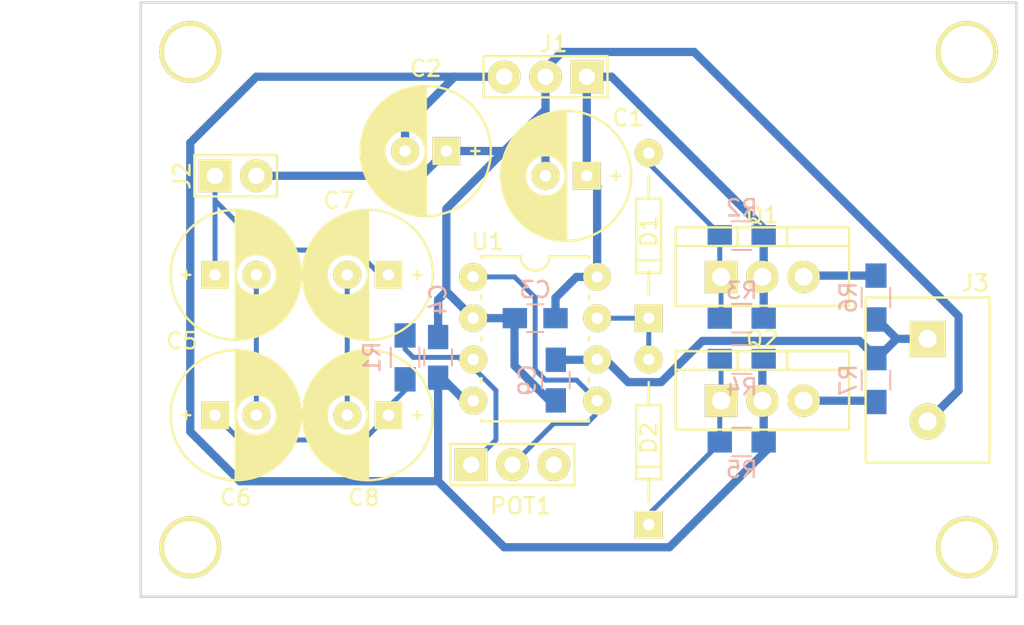
<source format=kicad_pcb>
(kicad_pcb (version 4) (host pcbnew 4.0.7)

  (general
    (links 44)
    (no_connects 0)
    (area 133.882001 71.0308 199.831058 112.936001)
    (thickness 1.6)
    (drawings 9)
    (tracks 135)
    (zones 0)
    (modules 29)
    (nets 17)
  )

  (page A4)
  (layers
    (0 F.Cu signal)
    (31 B.Cu signal hide)
    (32 B.Adhes user)
    (33 F.Adhes user)
    (34 B.Paste user)
    (35 F.Paste user)
    (36 B.SilkS user)
    (37 F.SilkS user)
    (38 B.Mask user)
    (39 F.Mask user)
    (40 Dwgs.User user)
    (41 Cmts.User user)
    (42 Eco1.User user)
    (43 Eco2.User user)
    (44 Edge.Cuts user)
    (45 Margin user)
    (46 B.CrtYd user)
    (47 F.CrtYd user)
    (48 B.Fab user)
    (49 F.Fab user)
  )

  (setup
    (last_trace_width 0.3048)
    (trace_clearance 0.2032)
    (zone_clearance 0.508)
    (zone_45_only no)
    (trace_min 0.2)
    (segment_width 0.2)
    (edge_width 0.15)
    (via_size 0.6)
    (via_drill 0.4)
    (via_min_size 0.4)
    (via_min_drill 0.3)
    (uvia_size 0.3)
    (uvia_drill 0.1)
    (uvias_allowed no)
    (uvia_min_size 0.2)
    (uvia_min_drill 0.1)
    (pcb_text_width 0.3)
    (pcb_text_size 1.5 1.5)
    (mod_edge_width 0.15)
    (mod_text_size 1 1)
    (mod_text_width 0.15)
    (pad_size 1.524 1.524)
    (pad_drill 0.762)
    (pad_to_mask_clearance 0.2)
    (aux_axis_origin 0 0)
    (visible_elements 7FFEFFFF)
    (pcbplotparams
      (layerselection 0x01020_00000000)
      (usegerberextensions false)
      (excludeedgelayer false)
      (linewidth 0.100000)
      (plotframeref false)
      (viasonmask false)
      (mode 1)
      (useauxorigin false)
      (hpglpennumber 1)
      (hpglpenspeed 20)
      (hpglpendiameter 15)
      (hpglpenoverlay 2)
      (psnegative false)
      (psa4output false)
      (plotreference true)
      (plotvalue false)
      (plotinvisibletext false)
      (padsonsilk false)
      (subtractmaskfromsilk false)
      (outputformat 4)
      (mirror false)
      (drillshape 0)
      (scaleselection 1)
      (outputdirectory ""))
  )

  (net 0 "")
  (net 1 +12V)
  (net 2 GND)
  (net 3 -12V)
  (net 4 "Net-(C5-Pad1)")
  (net 5 "Net-(C5-Pad2)")
  (net 6 "Net-(C6-Pad1)")
  (net 7 "Net-(C7-Pad2)")
  (net 8 "Net-(C9-Pad1)")
  (net 9 "Net-(D1-Pad1)")
  (net 10 "Net-(D1-Pad2)")
  (net 11 "Net-(D2-Pad1)")
  (net 12 "Net-(POT1-Pad1)")
  (net 13 "Net-(POT1-Pad2)")
  (net 14 "Net-(POT1-Pad3)")
  (net 15 "Net-(Q1-Pad3)")
  (net 16 "Net-(Q2-Pad3)")

  (net_class Default "This is the default net class."
    (clearance 0.2032)
    (trace_width 0.3048)
    (via_dia 0.6)
    (via_drill 0.4)
    (uvia_dia 0.3)
    (uvia_drill 0.1)
    (add_net "Net-(C5-Pad1)")
    (add_net "Net-(C5-Pad2)")
    (add_net "Net-(C6-Pad1)")
    (add_net "Net-(C7-Pad2)")
    (add_net "Net-(D1-Pad1)")
    (add_net "Net-(D1-Pad2)")
    (add_net "Net-(D2-Pad1)")
    (add_net "Net-(POT1-Pad1)")
    (add_net "Net-(POT1-Pad2)")
    (add_net "Net-(POT1-Pad3)")
  )

  (net_class POWER ""
    (clearance 0.2032)
    (trace_width 0.508)
    (via_dia 0.6)
    (via_drill 0.4)
    (uvia_dia 0.3)
    (uvia_drill 0.1)
    (add_net +12V)
    (add_net -12V)
    (add_net GND)
    (add_net "Net-(C9-Pad1)")
    (add_net "Net-(Q1-Pad3)")
    (add_net "Net-(Q2-Pad3)")
  )

  (module "Custom Footprint:IC_PDIP_8pin" (layer F.Cu) (tedit 5B1EF27D) (tstamp 5B1BEAB5)
    (at 167.005 93.345 270)
    (descr "PDIP-8 Standard 300mil 8pin Dual In Line Package")
    (tags "Power Integrations P Package")
    (path /5B1BF7B0)
    (fp_text reference U1 (at -5.969 2.921 360) (layer F.SilkS)
      (effects (font (size 1 1) (thickness 0.15)))
    )
    (fp_text value LM358 (at 0 1.524 270) (layer F.Fab)
      (effects (font (size 1 1) (thickness 0.15)))
    )
    (fp_line (start -5.08 0.889) (end -5.08 3.302) (layer F.SilkS) (width 0.15))
    (fp_line (start -5.08 -0.889) (end -5.08 -3.302) (layer F.SilkS) (width 0.15))
    (fp_arc (start -5.08 0) (end -4.191 0) (angle 90) (layer F.SilkS) (width 0.15))
    (fp_arc (start -5.08 0) (end -5.08 -0.889) (angle 90) (layer F.SilkS) (width 0.15))
    (fp_line (start 5.08 3.302) (end 4.953 3.302) (layer F.SilkS) (width 0.15))
    (fp_line (start 2.413 3.302) (end 2.667 3.302) (layer F.SilkS) (width 0.15))
    (fp_line (start -0.127 3.302) (end 0.127 3.302) (layer F.SilkS) (width 0.15))
    (fp_line (start -2.667 3.302) (end -2.413 3.302) (layer F.SilkS) (width 0.15))
    (fp_line (start -5.08 3.302) (end -4.953 3.302) (layer F.SilkS) (width 0.15))
    (fp_line (start -5.08 -3.302) (end -4.953 -3.302) (layer F.SilkS) (width 0.15))
    (fp_line (start 5.08 -3.302) (end 4.953 -3.302) (layer F.SilkS) (width 0.15))
    (fp_line (start 2.413 -3.302) (end 2.667 -3.302) (layer F.SilkS) (width 0.15))
    (fp_line (start -0.127 -3.302) (end 0.127 -3.302) (layer F.SilkS) (width 0.15))
    (fp_line (start -2.667 -3.302) (end -2.413 -3.302) (layer F.SilkS) (width 0.15))
    (fp_line (start 5.08 3.302) (end 5.08 -3.302) (layer F.SilkS) (width 0.15))
    (pad 1 thru_hole circle (at -3.81 3.81 270) (size 1.716 1.716) (drill 0.7) (layers *.Cu *.Mask F.SilkS)
      (net 13 "Net-(POT1-Pad2)"))
    (pad 2 thru_hole circle (at -1.27 3.81 270) (size 1.716 1.716) (drill 0.7) (layers *.Cu *.Mask F.SilkS)
      (net 2 GND))
    (pad 3 thru_hole circle (at 1.27 3.81 270) (size 1.716 1.716) (drill 0.7) (layers *.Cu *.Mask F.SilkS)
      (net 12 "Net-(POT1-Pad1)"))
    (pad 4 thru_hole circle (at 3.81 3.81 270) (size 1.716 1.716) (drill 0.7) (layers *.Cu *.Mask F.SilkS)
      (net 3 -12V))
    (pad 5 thru_hole circle (at 3.81 -3.81 270) (size 1.716 1.716) (drill 0.7) (layers *.Cu *.Mask F.SilkS)
      (net 13 "Net-(POT1-Pad2)"))
    (pad 6 thru_hole circle (at 1.27 -3.81 270) (size 1.716 1.716) (drill 0.7) (layers *.Cu *.Mask F.SilkS)
      (net 8 "Net-(C9-Pad1)"))
    (pad 7 thru_hole circle (at -1.27 -3.81 270) (size 1.716 1.716) (drill 0.7) (layers *.Cu *.Mask F.SilkS)
      (net 9 "Net-(D1-Pad1)"))
    (pad 8 thru_hole circle (at -3.81 -3.81 270) (size 1.716 1.716) (drill 0.7) (layers *.Cu *.Mask F.SilkS)
      (net 1 +12V))
  )

  (module Capacitors_SMD:C_0805_HandSoldering (layer B.Cu) (tedit 58AA84A8) (tstamp 5B1BEA27)
    (at 167.005 92.075 180)
    (descr "Capacitor SMD 0805, hand soldering")
    (tags "capacitor 0805")
    (path /5B1BE160)
    (attr smd)
    (fp_text reference C3 (at 0 1.75 180) (layer B.SilkS)
      (effects (font (size 1 1) (thickness 0.15)) (justify mirror))
    )
    (fp_text value 100nF (at 0 -1.75 180) (layer B.Fab)
      (effects (font (size 1 1) (thickness 0.15)) (justify mirror))
    )
    (fp_text user %R (at 0 1.75 180) (layer B.Fab)
      (effects (font (size 1 1) (thickness 0.15)) (justify mirror))
    )
    (fp_line (start -1 -0.62) (end -1 0.62) (layer B.Fab) (width 0.1))
    (fp_line (start 1 -0.62) (end -1 -0.62) (layer B.Fab) (width 0.1))
    (fp_line (start 1 0.62) (end 1 -0.62) (layer B.Fab) (width 0.1))
    (fp_line (start -1 0.62) (end 1 0.62) (layer B.Fab) (width 0.1))
    (fp_line (start 0.5 0.85) (end -0.5 0.85) (layer B.SilkS) (width 0.12))
    (fp_line (start -0.5 -0.85) (end 0.5 -0.85) (layer B.SilkS) (width 0.12))
    (fp_line (start -2.25 0.88) (end 2.25 0.88) (layer B.CrtYd) (width 0.05))
    (fp_line (start -2.25 0.88) (end -2.25 -0.87) (layer B.CrtYd) (width 0.05))
    (fp_line (start 2.25 -0.87) (end 2.25 0.88) (layer B.CrtYd) (width 0.05))
    (fp_line (start 2.25 -0.87) (end -2.25 -0.87) (layer B.CrtYd) (width 0.05))
    (pad 1 smd rect (at -1.25 0 180) (size 1.5 1.25) (layers B.Cu B.Paste B.Mask)
      (net 1 +12V))
    (pad 2 smd rect (at 1.25 0 180) (size 1.5 1.25) (layers B.Cu B.Paste B.Mask)
      (net 2 GND))
    (model Capacitors_SMD.3dshapes/C_0805.wrl
      (at (xyz 0 0 0))
      (scale (xyz 1 1 1))
      (rotate (xyz 0 0 0))
    )
  )

  (module "Custom Footprint:Cap_Pol_Radial_D8_P2" (layer F.Cu) (tedit 5B1EF284) (tstamp 5B1BEA1B)
    (at 170.18 83.312 180)
    (descr "Radial Electrolytic Capacitor Diameter 8mm x Length 13mm, Pitch 3.8mm")
    (tags "Electrolytic Capacitor")
    (path /5B1BE119)
    (fp_text reference C1 (at -2.54 3.556 360) (layer F.SilkS)
      (effects (font (size 1 1) (thickness 0.15)))
    )
    (fp_text value 22uF (at 1.27 -4.826 180) (layer F.Fab)
      (effects (font (size 1 1) (thickness 0.15)))
    )
    (fp_line (start -1.778 -0.254) (end -1.778 0.254) (layer F.SilkS) (width 0.15))
    (fp_line (start -1.524 0) (end -2.032 0) (layer F.SilkS) (width 0.15))
    (fp_line (start 1.27 -0.5715) (end 1.397 -0.6985) (layer F.SilkS) (width 0.15))
    (fp_line (start 1.397 -0.6985) (end 1.397 -3.8735) (layer F.SilkS) (width 0.15))
    (fp_line (start 1.397 3.937) (end 1.397 0.635) (layer F.SilkS) (width 0.15))
    (fp_line (start 1.524 3.937) (end 1.524 0.8255) (layer F.SilkS) (width 0.15))
    (fp_line (start 1.524 0.8255) (end 1.651 0.9525) (layer F.SilkS) (width 0.15))
    (fp_line (start 1.651 0.9525) (end 1.651 3.937) (layer F.SilkS) (width 0.15))
    (fp_line (start 1.651 3.937) (end 1.778 3.937) (layer F.SilkS) (width 0.15))
    (fp_line (start 1.778 3.937) (end 1.778 1.0795) (layer F.SilkS) (width 0.15))
    (fp_line (start 1.778 1.0795) (end 1.905 1.143) (layer F.SilkS) (width 0.15))
    (fp_line (start 1.905 1.143) (end 1.905 3.937) (layer F.SilkS) (width 0.15))
    (fp_line (start 1.905 3.937) (end 2.032 3.8735) (layer F.SilkS) (width 0.15))
    (fp_line (start 2.032 3.8735) (end 2.032 1.2065) (layer F.SilkS) (width 0.15))
    (fp_line (start 2.032 1.2065) (end 2.159 1.27) (layer F.SilkS) (width 0.15))
    (fp_line (start 2.159 1.27) (end 2.159 3.81) (layer F.SilkS) (width 0.15))
    (fp_line (start 2.159 3.81) (end 2.286 3.81) (layer F.SilkS) (width 0.15))
    (fp_line (start 2.286 3.81) (end 2.286 1.27) (layer F.SilkS) (width 0.15))
    (fp_line (start 2.286 1.27) (end 2.413 1.27) (layer F.SilkS) (width 0.15))
    (fp_line (start 2.413 1.27) (end 2.413 3.81) (layer F.SilkS) (width 0.15))
    (fp_line (start 2.413 3.81) (end 2.54 3.7465) (layer F.SilkS) (width 0.15))
    (fp_line (start 2.54 3.7465) (end 2.54 1.3335) (layer F.SilkS) (width 0.15))
    (fp_line (start 2.54 1.3335) (end 2.667 1.3335) (layer F.SilkS) (width 0.15))
    (fp_line (start 2.667 1.3335) (end 2.667 3.683) (layer F.SilkS) (width 0.15))
    (fp_line (start 2.667 3.683) (end 2.794 3.6195) (layer F.SilkS) (width 0.15))
    (fp_line (start 2.794 3.6195) (end 2.794 1.27) (layer F.SilkS) (width 0.15))
    (fp_line (start 2.794 1.27) (end 2.921 1.2065) (layer F.SilkS) (width 0.15))
    (fp_line (start 2.921 1.2065) (end 2.921 3.6195) (layer F.SilkS) (width 0.15))
    (fp_line (start 2.921 3.6195) (end 3.048 3.4925) (layer F.SilkS) (width 0.15))
    (fp_line (start 3.048 3.4925) (end 3.048 1.2065) (layer F.SilkS) (width 0.15))
    (fp_line (start 3.048 1.2065) (end 3.175 1.143) (layer F.SilkS) (width 0.15))
    (fp_line (start 3.175 1.143) (end 3.175 3.4925) (layer F.SilkS) (width 0.15))
    (fp_line (start 3.175 3.4925) (end 3.302 3.3655) (layer F.SilkS) (width 0.15))
    (fp_line (start 3.302 3.3655) (end 3.302 1.016) (layer F.SilkS) (width 0.15))
    (fp_line (start 3.302 1.016) (end 3.429 0.9525) (layer F.SilkS) (width 0.15))
    (fp_line (start 3.429 0.9525) (end 3.429 3.3655) (layer F.SilkS) (width 0.15))
    (fp_line (start 3.429 3.3655) (end 3.556 3.175) (layer F.SilkS) (width 0.15))
    (fp_line (start 3.556 3.175) (end 3.556 0.8255) (layer F.SilkS) (width 0.15))
    (fp_line (start 3.556 0.8255) (end 3.683 0.635) (layer F.SilkS) (width 0.15))
    (fp_line (start 3.683 0.635) (end 3.683 3.1115) (layer F.SilkS) (width 0.15))
    (fp_line (start 1.524 -3.937) (end 1.524 -0.8255) (layer F.SilkS) (width 0.15))
    (fp_line (start 1.524 -0.8255) (end 1.651 -0.9525) (layer F.SilkS) (width 0.15))
    (fp_line (start 1.651 -0.9525) (end 1.651 -3.937) (layer F.SilkS) (width 0.15))
    (fp_line (start 1.651 -3.937) (end 1.778 -3.8735) (layer F.SilkS) (width 0.15))
    (fp_line (start 1.778 -3.8735) (end 1.778 -1.0795) (layer F.SilkS) (width 0.15))
    (fp_line (start 1.778 -1.0795) (end 1.905 -1.2065) (layer F.SilkS) (width 0.15))
    (fp_line (start 1.905 -1.2065) (end 1.905 -3.937) (layer F.SilkS) (width 0.15))
    (fp_line (start 1.905 -3.937) (end 2.032 -3.8735) (layer F.SilkS) (width 0.15))
    (fp_line (start 2.032 -3.8735) (end 2.032 -1.2065) (layer F.SilkS) (width 0.15))
    (fp_line (start 2.032 -1.2065) (end 2.159 -1.27) (layer F.SilkS) (width 0.15))
    (fp_line (start 2.159 -1.27) (end 2.159 -3.81) (layer F.SilkS) (width 0.15))
    (fp_line (start 2.159 -3.81) (end 2.286 -3.81) (layer F.SilkS) (width 0.15))
    (fp_line (start 2.286 -3.81) (end 2.286 -1.27) (layer F.SilkS) (width 0.15))
    (fp_line (start 2.286 -1.27) (end 2.413 -1.27) (layer F.SilkS) (width 0.15))
    (fp_line (start 2.413 -1.27) (end 2.413 -3.81) (layer F.SilkS) (width 0.15))
    (fp_line (start 2.413 -3.81) (end 2.54 -3.7465) (layer F.SilkS) (width 0.15))
    (fp_line (start 2.54 -3.7465) (end 2.54 -1.27) (layer F.SilkS) (width 0.15))
    (fp_line (start 2.54 -1.27) (end 2.667 -1.27) (layer F.SilkS) (width 0.15))
    (fp_line (start 2.667 -1.27) (end 2.667 -3.7465) (layer F.SilkS) (width 0.15))
    (fp_line (start 2.667 -3.7465) (end 2.794 -3.683) (layer F.SilkS) (width 0.15))
    (fp_line (start 2.794 -3.683) (end 2.794 -1.27) (layer F.SilkS) (width 0.15))
    (fp_line (start 2.794 -1.27) (end 2.921 -1.27) (layer F.SilkS) (width 0.15))
    (fp_line (start 2.921 -1.27) (end 2.921 -3.6195) (layer F.SilkS) (width 0.15))
    (fp_line (start 2.921 -3.6195) (end 3.048 -3.556) (layer F.SilkS) (width 0.15))
    (fp_line (start 3.048 -3.556) (end 3.048 -1.2065) (layer F.SilkS) (width 0.15))
    (fp_line (start 3.048 -1.2065) (end 3.175 -1.143) (layer F.SilkS) (width 0.15))
    (fp_line (start 3.175 -1.143) (end 3.175 -3.4925) (layer F.SilkS) (width 0.15))
    (fp_line (start 3.175 -3.4925) (end 3.302 -3.429) (layer F.SilkS) (width 0.15))
    (fp_line (start 3.302 -3.429) (end 3.302 -1.016) (layer F.SilkS) (width 0.15))
    (fp_line (start 3.302 -1.016) (end 3.429 -0.9525) (layer F.SilkS) (width 0.15))
    (fp_line (start 3.429 -0.9525) (end 3.429 -3.302) (layer F.SilkS) (width 0.15))
    (fp_line (start 3.429 -3.302) (end 3.556 -3.2385) (layer F.SilkS) (width 0.15))
    (fp_line (start 3.556 -3.2385) (end 3.556 -0.8255) (layer F.SilkS) (width 0.15))
    (fp_line (start 3.556 -0.8255) (end 3.683 -0.635) (layer F.SilkS) (width 0.15))
    (fp_line (start 3.683 -0.635) (end 3.683 -3.1115) (layer F.SilkS) (width 0.15))
    (fp_line (start 3.81 -2.9845) (end 4.191 -2.6035) (layer F.SilkS) (width 0.15))
    (fp_line (start 4.7625 -1.905) (end 4.6355 -1.9685) (layer F.SilkS) (width 0.15))
    (fp_line (start 4.6355 -1.9685) (end 4.445 -2.032) (layer F.SilkS) (width 0.15))
    (fp_line (start 5.0165 1.2065) (end 5.0165 1.016) (layer F.SilkS) (width 0.15))
    (fp_line (start 3.937 2.8575) (end 4.064 2.7305) (layer F.SilkS) (width 0.15))
    (fp_line (start 4.445 2.2225) (end 4.5085 2.159) (layer F.SilkS) (width 0.15))
    (fp_circle (center 2.54 0) (end 3.81 0) (layer F.SilkS) (width 0.15))
    (fp_line (start 1.27 -4.0005) (end 1.27 3.937) (layer F.SilkS) (width 0.15))
    (fp_line (start 1.27 3.937) (end 1.397 3.937) (layer F.SilkS) (width 0.15))
    (fp_line (start 3.683 -3.175) (end 3.81 -3.048) (layer F.SilkS) (width 0.15))
    (fp_line (start 3.81 -3.048) (end 3.81 3.048) (layer F.SilkS) (width 0.15))
    (fp_line (start 3.81 3.048) (end 3.937 2.8575) (layer F.SilkS) (width 0.15))
    (fp_line (start 3.937 2.8575) (end 3.937 -2.8575) (layer F.SilkS) (width 0.15))
    (fp_line (start 3.937 -2.8575) (end 4.064 -2.794) (layer F.SilkS) (width 0.15))
    (fp_line (start 4.064 -2.794) (end 4.064 2.7305) (layer F.SilkS) (width 0.15))
    (fp_line (start 4.064 2.7305) (end 4.191 2.6035) (layer F.SilkS) (width 0.15))
    (fp_line (start 4.191 2.6035) (end 4.191 -2.6035) (layer F.SilkS) (width 0.15))
    (fp_line (start 4.191 -2.6035) (end 4.318 -2.4765) (layer F.SilkS) (width 0.15))
    (fp_line (start 4.318 -2.4765) (end 4.318 2.4765) (layer F.SilkS) (width 0.15))
    (fp_line (start 4.318 2.4765) (end 4.445 2.3495) (layer F.SilkS) (width 0.15))
    (fp_line (start 4.445 2.3495) (end 4.445 -2.413) (layer F.SilkS) (width 0.15))
    (fp_line (start 4.445 -2.413) (end 4.572 -2.159) (layer F.SilkS) (width 0.15))
    (fp_line (start 4.572 -2.159) (end 4.572 2.0955) (layer F.SilkS) (width 0.15))
    (fp_line (start 4.572 2.0955) (end 4.699 1.905) (layer F.SilkS) (width 0.15))
    (fp_line (start 4.699 1.905) (end 4.699 -1.905) (layer F.SilkS) (width 0.15))
    (fp_line (start 4.699 -1.905) (end 4.826 -1.651) (layer F.SilkS) (width 0.15))
    (fp_line (start 4.826 -1.651) (end 4.826 1.7145) (layer F.SilkS) (width 0.15))
    (fp_line (start 4.826 1.7145) (end 4.953 1.3335) (layer F.SilkS) (width 0.15))
    (fp_line (start 4.953 1.3335) (end 4.953 -1.4605) (layer F.SilkS) (width 0.15))
    (fp_line (start 4.953 -1.4605) (end 5.08 -1.0795) (layer F.SilkS) (width 0.15))
    (fp_line (start 5.08 -1.0795) (end 5.08 1.016) (layer F.SilkS) (width 0.15))
    (fp_line (start 5.08 1.016) (end 5.1435 0.6985) (layer F.SilkS) (width 0.15))
    (fp_line (start 5.1435 0.6985) (end 5.1435 -0.5715) (layer F.SilkS) (width 0.15))
    (fp_circle (center 1.27 0) (end 5.27 0) (layer F.SilkS) (width 0.15))
    (pad 1 thru_hole rect (at 0 0 180) (size 1.716 1.716) (drill 0.7) (layers *.Cu *.Mask F.SilkS)
      (net 1 +12V))
    (pad 2 thru_hole circle (at 2.54 0 180) (size 1.716 1.716) (drill 0.7) (layers *.Cu *.Mask F.SilkS)
      (net 2 GND))
    (model Capacitors_ThroughHole.3dshapes/C_Radial_D8_L13_P3.8.wrl
      (at (xyz 0.0748031 0 0))
      (scale (xyz 1 1 1))
      (rotate (xyz 0 0 90))
    )
  )

  (module "Custom Footprint:Cap_Pol_Radial_D8_P2" (layer F.Cu) (tedit 58F09B01) (tstamp 5B1BEA21)
    (at 161.544 81.788 180)
    (descr "Radial Electrolytic Capacitor Diameter 8mm x Length 13mm, Pitch 3.8mm")
    (tags "Electrolytic Capacitor")
    (path /5B1BE429)
    (fp_text reference C2 (at 1.27 5.08 360) (layer F.SilkS)
      (effects (font (size 1 1) (thickness 0.15)))
    )
    (fp_text value 22uF (at 1.27 -4.826 180) (layer F.Fab)
      (effects (font (size 1 1) (thickness 0.15)))
    )
    (fp_line (start -1.778 -0.254) (end -1.778 0.254) (layer F.SilkS) (width 0.15))
    (fp_line (start -1.524 0) (end -2.032 0) (layer F.SilkS) (width 0.15))
    (fp_line (start 1.27 -0.5715) (end 1.397 -0.6985) (layer F.SilkS) (width 0.15))
    (fp_line (start 1.397 -0.6985) (end 1.397 -3.8735) (layer F.SilkS) (width 0.15))
    (fp_line (start 1.397 3.937) (end 1.397 0.635) (layer F.SilkS) (width 0.15))
    (fp_line (start 1.524 3.937) (end 1.524 0.8255) (layer F.SilkS) (width 0.15))
    (fp_line (start 1.524 0.8255) (end 1.651 0.9525) (layer F.SilkS) (width 0.15))
    (fp_line (start 1.651 0.9525) (end 1.651 3.937) (layer F.SilkS) (width 0.15))
    (fp_line (start 1.651 3.937) (end 1.778 3.937) (layer F.SilkS) (width 0.15))
    (fp_line (start 1.778 3.937) (end 1.778 1.0795) (layer F.SilkS) (width 0.15))
    (fp_line (start 1.778 1.0795) (end 1.905 1.143) (layer F.SilkS) (width 0.15))
    (fp_line (start 1.905 1.143) (end 1.905 3.937) (layer F.SilkS) (width 0.15))
    (fp_line (start 1.905 3.937) (end 2.032 3.8735) (layer F.SilkS) (width 0.15))
    (fp_line (start 2.032 3.8735) (end 2.032 1.2065) (layer F.SilkS) (width 0.15))
    (fp_line (start 2.032 1.2065) (end 2.159 1.27) (layer F.SilkS) (width 0.15))
    (fp_line (start 2.159 1.27) (end 2.159 3.81) (layer F.SilkS) (width 0.15))
    (fp_line (start 2.159 3.81) (end 2.286 3.81) (layer F.SilkS) (width 0.15))
    (fp_line (start 2.286 3.81) (end 2.286 1.27) (layer F.SilkS) (width 0.15))
    (fp_line (start 2.286 1.27) (end 2.413 1.27) (layer F.SilkS) (width 0.15))
    (fp_line (start 2.413 1.27) (end 2.413 3.81) (layer F.SilkS) (width 0.15))
    (fp_line (start 2.413 3.81) (end 2.54 3.7465) (layer F.SilkS) (width 0.15))
    (fp_line (start 2.54 3.7465) (end 2.54 1.3335) (layer F.SilkS) (width 0.15))
    (fp_line (start 2.54 1.3335) (end 2.667 1.3335) (layer F.SilkS) (width 0.15))
    (fp_line (start 2.667 1.3335) (end 2.667 3.683) (layer F.SilkS) (width 0.15))
    (fp_line (start 2.667 3.683) (end 2.794 3.6195) (layer F.SilkS) (width 0.15))
    (fp_line (start 2.794 3.6195) (end 2.794 1.27) (layer F.SilkS) (width 0.15))
    (fp_line (start 2.794 1.27) (end 2.921 1.2065) (layer F.SilkS) (width 0.15))
    (fp_line (start 2.921 1.2065) (end 2.921 3.6195) (layer F.SilkS) (width 0.15))
    (fp_line (start 2.921 3.6195) (end 3.048 3.4925) (layer F.SilkS) (width 0.15))
    (fp_line (start 3.048 3.4925) (end 3.048 1.2065) (layer F.SilkS) (width 0.15))
    (fp_line (start 3.048 1.2065) (end 3.175 1.143) (layer F.SilkS) (width 0.15))
    (fp_line (start 3.175 1.143) (end 3.175 3.4925) (layer F.SilkS) (width 0.15))
    (fp_line (start 3.175 3.4925) (end 3.302 3.3655) (layer F.SilkS) (width 0.15))
    (fp_line (start 3.302 3.3655) (end 3.302 1.016) (layer F.SilkS) (width 0.15))
    (fp_line (start 3.302 1.016) (end 3.429 0.9525) (layer F.SilkS) (width 0.15))
    (fp_line (start 3.429 0.9525) (end 3.429 3.3655) (layer F.SilkS) (width 0.15))
    (fp_line (start 3.429 3.3655) (end 3.556 3.175) (layer F.SilkS) (width 0.15))
    (fp_line (start 3.556 3.175) (end 3.556 0.8255) (layer F.SilkS) (width 0.15))
    (fp_line (start 3.556 0.8255) (end 3.683 0.635) (layer F.SilkS) (width 0.15))
    (fp_line (start 3.683 0.635) (end 3.683 3.1115) (layer F.SilkS) (width 0.15))
    (fp_line (start 1.524 -3.937) (end 1.524 -0.8255) (layer F.SilkS) (width 0.15))
    (fp_line (start 1.524 -0.8255) (end 1.651 -0.9525) (layer F.SilkS) (width 0.15))
    (fp_line (start 1.651 -0.9525) (end 1.651 -3.937) (layer F.SilkS) (width 0.15))
    (fp_line (start 1.651 -3.937) (end 1.778 -3.8735) (layer F.SilkS) (width 0.15))
    (fp_line (start 1.778 -3.8735) (end 1.778 -1.0795) (layer F.SilkS) (width 0.15))
    (fp_line (start 1.778 -1.0795) (end 1.905 -1.2065) (layer F.SilkS) (width 0.15))
    (fp_line (start 1.905 -1.2065) (end 1.905 -3.937) (layer F.SilkS) (width 0.15))
    (fp_line (start 1.905 -3.937) (end 2.032 -3.8735) (layer F.SilkS) (width 0.15))
    (fp_line (start 2.032 -3.8735) (end 2.032 -1.2065) (layer F.SilkS) (width 0.15))
    (fp_line (start 2.032 -1.2065) (end 2.159 -1.27) (layer F.SilkS) (width 0.15))
    (fp_line (start 2.159 -1.27) (end 2.159 -3.81) (layer F.SilkS) (width 0.15))
    (fp_line (start 2.159 -3.81) (end 2.286 -3.81) (layer F.SilkS) (width 0.15))
    (fp_line (start 2.286 -3.81) (end 2.286 -1.27) (layer F.SilkS) (width 0.15))
    (fp_line (start 2.286 -1.27) (end 2.413 -1.27) (layer F.SilkS) (width 0.15))
    (fp_line (start 2.413 -1.27) (end 2.413 -3.81) (layer F.SilkS) (width 0.15))
    (fp_line (start 2.413 -3.81) (end 2.54 -3.7465) (layer F.SilkS) (width 0.15))
    (fp_line (start 2.54 -3.7465) (end 2.54 -1.27) (layer F.SilkS) (width 0.15))
    (fp_line (start 2.54 -1.27) (end 2.667 -1.27) (layer F.SilkS) (width 0.15))
    (fp_line (start 2.667 -1.27) (end 2.667 -3.7465) (layer F.SilkS) (width 0.15))
    (fp_line (start 2.667 -3.7465) (end 2.794 -3.683) (layer F.SilkS) (width 0.15))
    (fp_line (start 2.794 -3.683) (end 2.794 -1.27) (layer F.SilkS) (width 0.15))
    (fp_line (start 2.794 -1.27) (end 2.921 -1.27) (layer F.SilkS) (width 0.15))
    (fp_line (start 2.921 -1.27) (end 2.921 -3.6195) (layer F.SilkS) (width 0.15))
    (fp_line (start 2.921 -3.6195) (end 3.048 -3.556) (layer F.SilkS) (width 0.15))
    (fp_line (start 3.048 -3.556) (end 3.048 -1.2065) (layer F.SilkS) (width 0.15))
    (fp_line (start 3.048 -1.2065) (end 3.175 -1.143) (layer F.SilkS) (width 0.15))
    (fp_line (start 3.175 -1.143) (end 3.175 -3.4925) (layer F.SilkS) (width 0.15))
    (fp_line (start 3.175 -3.4925) (end 3.302 -3.429) (layer F.SilkS) (width 0.15))
    (fp_line (start 3.302 -3.429) (end 3.302 -1.016) (layer F.SilkS) (width 0.15))
    (fp_line (start 3.302 -1.016) (end 3.429 -0.9525) (layer F.SilkS) (width 0.15))
    (fp_line (start 3.429 -0.9525) (end 3.429 -3.302) (layer F.SilkS) (width 0.15))
    (fp_line (start 3.429 -3.302) (end 3.556 -3.2385) (layer F.SilkS) (width 0.15))
    (fp_line (start 3.556 -3.2385) (end 3.556 -0.8255) (layer F.SilkS) (width 0.15))
    (fp_line (start 3.556 -0.8255) (end 3.683 -0.635) (layer F.SilkS) (width 0.15))
    (fp_line (start 3.683 -0.635) (end 3.683 -3.1115) (layer F.SilkS) (width 0.15))
    (fp_line (start 3.81 -2.9845) (end 4.191 -2.6035) (layer F.SilkS) (width 0.15))
    (fp_line (start 4.7625 -1.905) (end 4.6355 -1.9685) (layer F.SilkS) (width 0.15))
    (fp_line (start 4.6355 -1.9685) (end 4.445 -2.032) (layer F.SilkS) (width 0.15))
    (fp_line (start 5.0165 1.2065) (end 5.0165 1.016) (layer F.SilkS) (width 0.15))
    (fp_line (start 3.937 2.8575) (end 4.064 2.7305) (layer F.SilkS) (width 0.15))
    (fp_line (start 4.445 2.2225) (end 4.5085 2.159) (layer F.SilkS) (width 0.15))
    (fp_circle (center 2.54 0) (end 3.81 0) (layer F.SilkS) (width 0.15))
    (fp_line (start 1.27 -4.0005) (end 1.27 3.937) (layer F.SilkS) (width 0.15))
    (fp_line (start 1.27 3.937) (end 1.397 3.937) (layer F.SilkS) (width 0.15))
    (fp_line (start 3.683 -3.175) (end 3.81 -3.048) (layer F.SilkS) (width 0.15))
    (fp_line (start 3.81 -3.048) (end 3.81 3.048) (layer F.SilkS) (width 0.15))
    (fp_line (start 3.81 3.048) (end 3.937 2.8575) (layer F.SilkS) (width 0.15))
    (fp_line (start 3.937 2.8575) (end 3.937 -2.8575) (layer F.SilkS) (width 0.15))
    (fp_line (start 3.937 -2.8575) (end 4.064 -2.794) (layer F.SilkS) (width 0.15))
    (fp_line (start 4.064 -2.794) (end 4.064 2.7305) (layer F.SilkS) (width 0.15))
    (fp_line (start 4.064 2.7305) (end 4.191 2.6035) (layer F.SilkS) (width 0.15))
    (fp_line (start 4.191 2.6035) (end 4.191 -2.6035) (layer F.SilkS) (width 0.15))
    (fp_line (start 4.191 -2.6035) (end 4.318 -2.4765) (layer F.SilkS) (width 0.15))
    (fp_line (start 4.318 -2.4765) (end 4.318 2.4765) (layer F.SilkS) (width 0.15))
    (fp_line (start 4.318 2.4765) (end 4.445 2.3495) (layer F.SilkS) (width 0.15))
    (fp_line (start 4.445 2.3495) (end 4.445 -2.413) (layer F.SilkS) (width 0.15))
    (fp_line (start 4.445 -2.413) (end 4.572 -2.159) (layer F.SilkS) (width 0.15))
    (fp_line (start 4.572 -2.159) (end 4.572 2.0955) (layer F.SilkS) (width 0.15))
    (fp_line (start 4.572 2.0955) (end 4.699 1.905) (layer F.SilkS) (width 0.15))
    (fp_line (start 4.699 1.905) (end 4.699 -1.905) (layer F.SilkS) (width 0.15))
    (fp_line (start 4.699 -1.905) (end 4.826 -1.651) (layer F.SilkS) (width 0.15))
    (fp_line (start 4.826 -1.651) (end 4.826 1.7145) (layer F.SilkS) (width 0.15))
    (fp_line (start 4.826 1.7145) (end 4.953 1.3335) (layer F.SilkS) (width 0.15))
    (fp_line (start 4.953 1.3335) (end 4.953 -1.4605) (layer F.SilkS) (width 0.15))
    (fp_line (start 4.953 -1.4605) (end 5.08 -1.0795) (layer F.SilkS) (width 0.15))
    (fp_line (start 5.08 -1.0795) (end 5.08 1.016) (layer F.SilkS) (width 0.15))
    (fp_line (start 5.08 1.016) (end 5.1435 0.6985) (layer F.SilkS) (width 0.15))
    (fp_line (start 5.1435 0.6985) (end 5.1435 -0.5715) (layer F.SilkS) (width 0.15))
    (fp_circle (center 1.27 0) (end 5.27 0) (layer F.SilkS) (width 0.15))
    (pad 1 thru_hole rect (at 0 0 180) (size 1.716 1.716) (drill 0.7) (layers *.Cu *.Mask F.SilkS)
      (net 2 GND))
    (pad 2 thru_hole circle (at 2.54 0 180) (size 1.716 1.716) (drill 0.7) (layers *.Cu *.Mask F.SilkS)
      (net 3 -12V))
    (model Capacitors_ThroughHole.3dshapes/C_Radial_D8_L13_P3.8.wrl
      (at (xyz 0.0748031 0 0))
      (scale (xyz 1 1 1))
      (rotate (xyz 0 0 90))
    )
  )

  (module Capacitors_SMD:C_0805_HandSoldering (layer B.Cu) (tedit 5B1EF2AB) (tstamp 5B1BEA2D)
    (at 161.036 94.488 270)
    (descr "Capacitor SMD 0805, hand soldering")
    (tags "capacitor 0805")
    (path /5B1BE481)
    (attr smd)
    (fp_text reference C4 (at -3.556 0 270) (layer B.SilkS)
      (effects (font (size 1 1) (thickness 0.15)) (justify mirror))
    )
    (fp_text value 100nF (at 0 -1.75 270) (layer B.Fab)
      (effects (font (size 1 1) (thickness 0.15)) (justify mirror))
    )
    (fp_text user %R (at 0 1.75 270) (layer B.Fab)
      (effects (font (size 1 1) (thickness 0.15)) (justify mirror))
    )
    (fp_line (start -1 -0.62) (end -1 0.62) (layer B.Fab) (width 0.1))
    (fp_line (start 1 -0.62) (end -1 -0.62) (layer B.Fab) (width 0.1))
    (fp_line (start 1 0.62) (end 1 -0.62) (layer B.Fab) (width 0.1))
    (fp_line (start -1 0.62) (end 1 0.62) (layer B.Fab) (width 0.1))
    (fp_line (start 0.5 0.85) (end -0.5 0.85) (layer B.SilkS) (width 0.12))
    (fp_line (start -0.5 -0.85) (end 0.5 -0.85) (layer B.SilkS) (width 0.12))
    (fp_line (start -2.25 0.88) (end 2.25 0.88) (layer B.CrtYd) (width 0.05))
    (fp_line (start -2.25 0.88) (end -2.25 -0.87) (layer B.CrtYd) (width 0.05))
    (fp_line (start 2.25 -0.87) (end 2.25 0.88) (layer B.CrtYd) (width 0.05))
    (fp_line (start 2.25 -0.87) (end -2.25 -0.87) (layer B.CrtYd) (width 0.05))
    (pad 1 smd rect (at -1.25 0 270) (size 1.5 1.25) (layers B.Cu B.Paste B.Mask)
      (net 2 GND))
    (pad 2 smd rect (at 1.25 0 270) (size 1.5 1.25) (layers B.Cu B.Paste B.Mask)
      (net 3 -12V))
    (model Capacitors_SMD.3dshapes/C_0805.wrl
      (at (xyz 0 0 0))
      (scale (xyz 1 1 1))
      (rotate (xyz 0 0 0))
    )
  )

  (module "Custom Footprint:Cap_Pol_Radial_D8_P2" (layer F.Cu) (tedit 5B1EF267) (tstamp 5B1BEA33)
    (at 147.32 89.408)
    (descr "Radial Electrolytic Capacitor Diameter 8mm x Length 13mm, Pitch 3.8mm")
    (tags "Electrolytic Capacitor")
    (path /5B1BEE06)
    (fp_text reference C5 (at -2.032 4.064 180) (layer F.SilkS)
      (effects (font (size 1 1) (thickness 0.15)))
    )
    (fp_text value 22uF (at 1.27 -4.826) (layer F.Fab)
      (effects (font (size 1 1) (thickness 0.15)))
    )
    (fp_line (start -1.778 -0.254) (end -1.778 0.254) (layer F.SilkS) (width 0.15))
    (fp_line (start -1.524 0) (end -2.032 0) (layer F.SilkS) (width 0.15))
    (fp_line (start 1.27 -0.5715) (end 1.397 -0.6985) (layer F.SilkS) (width 0.15))
    (fp_line (start 1.397 -0.6985) (end 1.397 -3.8735) (layer F.SilkS) (width 0.15))
    (fp_line (start 1.397 3.937) (end 1.397 0.635) (layer F.SilkS) (width 0.15))
    (fp_line (start 1.524 3.937) (end 1.524 0.8255) (layer F.SilkS) (width 0.15))
    (fp_line (start 1.524 0.8255) (end 1.651 0.9525) (layer F.SilkS) (width 0.15))
    (fp_line (start 1.651 0.9525) (end 1.651 3.937) (layer F.SilkS) (width 0.15))
    (fp_line (start 1.651 3.937) (end 1.778 3.937) (layer F.SilkS) (width 0.15))
    (fp_line (start 1.778 3.937) (end 1.778 1.0795) (layer F.SilkS) (width 0.15))
    (fp_line (start 1.778 1.0795) (end 1.905 1.143) (layer F.SilkS) (width 0.15))
    (fp_line (start 1.905 1.143) (end 1.905 3.937) (layer F.SilkS) (width 0.15))
    (fp_line (start 1.905 3.937) (end 2.032 3.8735) (layer F.SilkS) (width 0.15))
    (fp_line (start 2.032 3.8735) (end 2.032 1.2065) (layer F.SilkS) (width 0.15))
    (fp_line (start 2.032 1.2065) (end 2.159 1.27) (layer F.SilkS) (width 0.15))
    (fp_line (start 2.159 1.27) (end 2.159 3.81) (layer F.SilkS) (width 0.15))
    (fp_line (start 2.159 3.81) (end 2.286 3.81) (layer F.SilkS) (width 0.15))
    (fp_line (start 2.286 3.81) (end 2.286 1.27) (layer F.SilkS) (width 0.15))
    (fp_line (start 2.286 1.27) (end 2.413 1.27) (layer F.SilkS) (width 0.15))
    (fp_line (start 2.413 1.27) (end 2.413 3.81) (layer F.SilkS) (width 0.15))
    (fp_line (start 2.413 3.81) (end 2.54 3.7465) (layer F.SilkS) (width 0.15))
    (fp_line (start 2.54 3.7465) (end 2.54 1.3335) (layer F.SilkS) (width 0.15))
    (fp_line (start 2.54 1.3335) (end 2.667 1.3335) (layer F.SilkS) (width 0.15))
    (fp_line (start 2.667 1.3335) (end 2.667 3.683) (layer F.SilkS) (width 0.15))
    (fp_line (start 2.667 3.683) (end 2.794 3.6195) (layer F.SilkS) (width 0.15))
    (fp_line (start 2.794 3.6195) (end 2.794 1.27) (layer F.SilkS) (width 0.15))
    (fp_line (start 2.794 1.27) (end 2.921 1.2065) (layer F.SilkS) (width 0.15))
    (fp_line (start 2.921 1.2065) (end 2.921 3.6195) (layer F.SilkS) (width 0.15))
    (fp_line (start 2.921 3.6195) (end 3.048 3.4925) (layer F.SilkS) (width 0.15))
    (fp_line (start 3.048 3.4925) (end 3.048 1.2065) (layer F.SilkS) (width 0.15))
    (fp_line (start 3.048 1.2065) (end 3.175 1.143) (layer F.SilkS) (width 0.15))
    (fp_line (start 3.175 1.143) (end 3.175 3.4925) (layer F.SilkS) (width 0.15))
    (fp_line (start 3.175 3.4925) (end 3.302 3.3655) (layer F.SilkS) (width 0.15))
    (fp_line (start 3.302 3.3655) (end 3.302 1.016) (layer F.SilkS) (width 0.15))
    (fp_line (start 3.302 1.016) (end 3.429 0.9525) (layer F.SilkS) (width 0.15))
    (fp_line (start 3.429 0.9525) (end 3.429 3.3655) (layer F.SilkS) (width 0.15))
    (fp_line (start 3.429 3.3655) (end 3.556 3.175) (layer F.SilkS) (width 0.15))
    (fp_line (start 3.556 3.175) (end 3.556 0.8255) (layer F.SilkS) (width 0.15))
    (fp_line (start 3.556 0.8255) (end 3.683 0.635) (layer F.SilkS) (width 0.15))
    (fp_line (start 3.683 0.635) (end 3.683 3.1115) (layer F.SilkS) (width 0.15))
    (fp_line (start 1.524 -3.937) (end 1.524 -0.8255) (layer F.SilkS) (width 0.15))
    (fp_line (start 1.524 -0.8255) (end 1.651 -0.9525) (layer F.SilkS) (width 0.15))
    (fp_line (start 1.651 -0.9525) (end 1.651 -3.937) (layer F.SilkS) (width 0.15))
    (fp_line (start 1.651 -3.937) (end 1.778 -3.8735) (layer F.SilkS) (width 0.15))
    (fp_line (start 1.778 -3.8735) (end 1.778 -1.0795) (layer F.SilkS) (width 0.15))
    (fp_line (start 1.778 -1.0795) (end 1.905 -1.2065) (layer F.SilkS) (width 0.15))
    (fp_line (start 1.905 -1.2065) (end 1.905 -3.937) (layer F.SilkS) (width 0.15))
    (fp_line (start 1.905 -3.937) (end 2.032 -3.8735) (layer F.SilkS) (width 0.15))
    (fp_line (start 2.032 -3.8735) (end 2.032 -1.2065) (layer F.SilkS) (width 0.15))
    (fp_line (start 2.032 -1.2065) (end 2.159 -1.27) (layer F.SilkS) (width 0.15))
    (fp_line (start 2.159 -1.27) (end 2.159 -3.81) (layer F.SilkS) (width 0.15))
    (fp_line (start 2.159 -3.81) (end 2.286 -3.81) (layer F.SilkS) (width 0.15))
    (fp_line (start 2.286 -3.81) (end 2.286 -1.27) (layer F.SilkS) (width 0.15))
    (fp_line (start 2.286 -1.27) (end 2.413 -1.27) (layer F.SilkS) (width 0.15))
    (fp_line (start 2.413 -1.27) (end 2.413 -3.81) (layer F.SilkS) (width 0.15))
    (fp_line (start 2.413 -3.81) (end 2.54 -3.7465) (layer F.SilkS) (width 0.15))
    (fp_line (start 2.54 -3.7465) (end 2.54 -1.27) (layer F.SilkS) (width 0.15))
    (fp_line (start 2.54 -1.27) (end 2.667 -1.27) (layer F.SilkS) (width 0.15))
    (fp_line (start 2.667 -1.27) (end 2.667 -3.7465) (layer F.SilkS) (width 0.15))
    (fp_line (start 2.667 -3.7465) (end 2.794 -3.683) (layer F.SilkS) (width 0.15))
    (fp_line (start 2.794 -3.683) (end 2.794 -1.27) (layer F.SilkS) (width 0.15))
    (fp_line (start 2.794 -1.27) (end 2.921 -1.27) (layer F.SilkS) (width 0.15))
    (fp_line (start 2.921 -1.27) (end 2.921 -3.6195) (layer F.SilkS) (width 0.15))
    (fp_line (start 2.921 -3.6195) (end 3.048 -3.556) (layer F.SilkS) (width 0.15))
    (fp_line (start 3.048 -3.556) (end 3.048 -1.2065) (layer F.SilkS) (width 0.15))
    (fp_line (start 3.048 -1.2065) (end 3.175 -1.143) (layer F.SilkS) (width 0.15))
    (fp_line (start 3.175 -1.143) (end 3.175 -3.4925) (layer F.SilkS) (width 0.15))
    (fp_line (start 3.175 -3.4925) (end 3.302 -3.429) (layer F.SilkS) (width 0.15))
    (fp_line (start 3.302 -3.429) (end 3.302 -1.016) (layer F.SilkS) (width 0.15))
    (fp_line (start 3.302 -1.016) (end 3.429 -0.9525) (layer F.SilkS) (width 0.15))
    (fp_line (start 3.429 -0.9525) (end 3.429 -3.302) (layer F.SilkS) (width 0.15))
    (fp_line (start 3.429 -3.302) (end 3.556 -3.2385) (layer F.SilkS) (width 0.15))
    (fp_line (start 3.556 -3.2385) (end 3.556 -0.8255) (layer F.SilkS) (width 0.15))
    (fp_line (start 3.556 -0.8255) (end 3.683 -0.635) (layer F.SilkS) (width 0.15))
    (fp_line (start 3.683 -0.635) (end 3.683 -3.1115) (layer F.SilkS) (width 0.15))
    (fp_line (start 3.81 -2.9845) (end 4.191 -2.6035) (layer F.SilkS) (width 0.15))
    (fp_line (start 4.7625 -1.905) (end 4.6355 -1.9685) (layer F.SilkS) (width 0.15))
    (fp_line (start 4.6355 -1.9685) (end 4.445 -2.032) (layer F.SilkS) (width 0.15))
    (fp_line (start 5.0165 1.2065) (end 5.0165 1.016) (layer F.SilkS) (width 0.15))
    (fp_line (start 3.937 2.8575) (end 4.064 2.7305) (layer F.SilkS) (width 0.15))
    (fp_line (start 4.445 2.2225) (end 4.5085 2.159) (layer F.SilkS) (width 0.15))
    (fp_circle (center 2.54 0) (end 3.81 0) (layer F.SilkS) (width 0.15))
    (fp_line (start 1.27 -4.0005) (end 1.27 3.937) (layer F.SilkS) (width 0.15))
    (fp_line (start 1.27 3.937) (end 1.397 3.937) (layer F.SilkS) (width 0.15))
    (fp_line (start 3.683 -3.175) (end 3.81 -3.048) (layer F.SilkS) (width 0.15))
    (fp_line (start 3.81 -3.048) (end 3.81 3.048) (layer F.SilkS) (width 0.15))
    (fp_line (start 3.81 3.048) (end 3.937 2.8575) (layer F.SilkS) (width 0.15))
    (fp_line (start 3.937 2.8575) (end 3.937 -2.8575) (layer F.SilkS) (width 0.15))
    (fp_line (start 3.937 -2.8575) (end 4.064 -2.794) (layer F.SilkS) (width 0.15))
    (fp_line (start 4.064 -2.794) (end 4.064 2.7305) (layer F.SilkS) (width 0.15))
    (fp_line (start 4.064 2.7305) (end 4.191 2.6035) (layer F.SilkS) (width 0.15))
    (fp_line (start 4.191 2.6035) (end 4.191 -2.6035) (layer F.SilkS) (width 0.15))
    (fp_line (start 4.191 -2.6035) (end 4.318 -2.4765) (layer F.SilkS) (width 0.15))
    (fp_line (start 4.318 -2.4765) (end 4.318 2.4765) (layer F.SilkS) (width 0.15))
    (fp_line (start 4.318 2.4765) (end 4.445 2.3495) (layer F.SilkS) (width 0.15))
    (fp_line (start 4.445 2.3495) (end 4.445 -2.413) (layer F.SilkS) (width 0.15))
    (fp_line (start 4.445 -2.413) (end 4.572 -2.159) (layer F.SilkS) (width 0.15))
    (fp_line (start 4.572 -2.159) (end 4.572 2.0955) (layer F.SilkS) (width 0.15))
    (fp_line (start 4.572 2.0955) (end 4.699 1.905) (layer F.SilkS) (width 0.15))
    (fp_line (start 4.699 1.905) (end 4.699 -1.905) (layer F.SilkS) (width 0.15))
    (fp_line (start 4.699 -1.905) (end 4.826 -1.651) (layer F.SilkS) (width 0.15))
    (fp_line (start 4.826 -1.651) (end 4.826 1.7145) (layer F.SilkS) (width 0.15))
    (fp_line (start 4.826 1.7145) (end 4.953 1.3335) (layer F.SilkS) (width 0.15))
    (fp_line (start 4.953 1.3335) (end 4.953 -1.4605) (layer F.SilkS) (width 0.15))
    (fp_line (start 4.953 -1.4605) (end 5.08 -1.0795) (layer F.SilkS) (width 0.15))
    (fp_line (start 5.08 -1.0795) (end 5.08 1.016) (layer F.SilkS) (width 0.15))
    (fp_line (start 5.08 1.016) (end 5.1435 0.6985) (layer F.SilkS) (width 0.15))
    (fp_line (start 5.1435 0.6985) (end 5.1435 -0.5715) (layer F.SilkS) (width 0.15))
    (fp_circle (center 1.27 0) (end 5.27 0) (layer F.SilkS) (width 0.15))
    (pad 1 thru_hole rect (at 0 0) (size 1.716 1.716) (drill 0.7) (layers *.Cu *.Mask F.SilkS)
      (net 4 "Net-(C5-Pad1)"))
    (pad 2 thru_hole circle (at 2.54 0) (size 1.716 1.716) (drill 0.7) (layers *.Cu *.Mask F.SilkS)
      (net 5 "Net-(C5-Pad2)"))
    (model Capacitors_ThroughHole.3dshapes/C_Radial_D8_L13_P3.8.wrl
      (at (xyz 0.0748031 0 0))
      (scale (xyz 1 1 1))
      (rotate (xyz 0 0 90))
    )
  )

  (module "Custom Footprint:Cap_Pol_Radial_D8_P2" (layer F.Cu) (tedit 58F09B01) (tstamp 5B1BEA39)
    (at 147.32 98.044)
    (descr "Radial Electrolytic Capacitor Diameter 8mm x Length 13mm, Pitch 3.8mm")
    (tags "Electrolytic Capacitor")
    (path /5B1BEC72)
    (fp_text reference C6 (at 1.27 5.08 180) (layer F.SilkS)
      (effects (font (size 1 1) (thickness 0.15)))
    )
    (fp_text value 22uF (at 1.27 -4.826) (layer F.Fab)
      (effects (font (size 1 1) (thickness 0.15)))
    )
    (fp_line (start -1.778 -0.254) (end -1.778 0.254) (layer F.SilkS) (width 0.15))
    (fp_line (start -1.524 0) (end -2.032 0) (layer F.SilkS) (width 0.15))
    (fp_line (start 1.27 -0.5715) (end 1.397 -0.6985) (layer F.SilkS) (width 0.15))
    (fp_line (start 1.397 -0.6985) (end 1.397 -3.8735) (layer F.SilkS) (width 0.15))
    (fp_line (start 1.397 3.937) (end 1.397 0.635) (layer F.SilkS) (width 0.15))
    (fp_line (start 1.524 3.937) (end 1.524 0.8255) (layer F.SilkS) (width 0.15))
    (fp_line (start 1.524 0.8255) (end 1.651 0.9525) (layer F.SilkS) (width 0.15))
    (fp_line (start 1.651 0.9525) (end 1.651 3.937) (layer F.SilkS) (width 0.15))
    (fp_line (start 1.651 3.937) (end 1.778 3.937) (layer F.SilkS) (width 0.15))
    (fp_line (start 1.778 3.937) (end 1.778 1.0795) (layer F.SilkS) (width 0.15))
    (fp_line (start 1.778 1.0795) (end 1.905 1.143) (layer F.SilkS) (width 0.15))
    (fp_line (start 1.905 1.143) (end 1.905 3.937) (layer F.SilkS) (width 0.15))
    (fp_line (start 1.905 3.937) (end 2.032 3.8735) (layer F.SilkS) (width 0.15))
    (fp_line (start 2.032 3.8735) (end 2.032 1.2065) (layer F.SilkS) (width 0.15))
    (fp_line (start 2.032 1.2065) (end 2.159 1.27) (layer F.SilkS) (width 0.15))
    (fp_line (start 2.159 1.27) (end 2.159 3.81) (layer F.SilkS) (width 0.15))
    (fp_line (start 2.159 3.81) (end 2.286 3.81) (layer F.SilkS) (width 0.15))
    (fp_line (start 2.286 3.81) (end 2.286 1.27) (layer F.SilkS) (width 0.15))
    (fp_line (start 2.286 1.27) (end 2.413 1.27) (layer F.SilkS) (width 0.15))
    (fp_line (start 2.413 1.27) (end 2.413 3.81) (layer F.SilkS) (width 0.15))
    (fp_line (start 2.413 3.81) (end 2.54 3.7465) (layer F.SilkS) (width 0.15))
    (fp_line (start 2.54 3.7465) (end 2.54 1.3335) (layer F.SilkS) (width 0.15))
    (fp_line (start 2.54 1.3335) (end 2.667 1.3335) (layer F.SilkS) (width 0.15))
    (fp_line (start 2.667 1.3335) (end 2.667 3.683) (layer F.SilkS) (width 0.15))
    (fp_line (start 2.667 3.683) (end 2.794 3.6195) (layer F.SilkS) (width 0.15))
    (fp_line (start 2.794 3.6195) (end 2.794 1.27) (layer F.SilkS) (width 0.15))
    (fp_line (start 2.794 1.27) (end 2.921 1.2065) (layer F.SilkS) (width 0.15))
    (fp_line (start 2.921 1.2065) (end 2.921 3.6195) (layer F.SilkS) (width 0.15))
    (fp_line (start 2.921 3.6195) (end 3.048 3.4925) (layer F.SilkS) (width 0.15))
    (fp_line (start 3.048 3.4925) (end 3.048 1.2065) (layer F.SilkS) (width 0.15))
    (fp_line (start 3.048 1.2065) (end 3.175 1.143) (layer F.SilkS) (width 0.15))
    (fp_line (start 3.175 1.143) (end 3.175 3.4925) (layer F.SilkS) (width 0.15))
    (fp_line (start 3.175 3.4925) (end 3.302 3.3655) (layer F.SilkS) (width 0.15))
    (fp_line (start 3.302 3.3655) (end 3.302 1.016) (layer F.SilkS) (width 0.15))
    (fp_line (start 3.302 1.016) (end 3.429 0.9525) (layer F.SilkS) (width 0.15))
    (fp_line (start 3.429 0.9525) (end 3.429 3.3655) (layer F.SilkS) (width 0.15))
    (fp_line (start 3.429 3.3655) (end 3.556 3.175) (layer F.SilkS) (width 0.15))
    (fp_line (start 3.556 3.175) (end 3.556 0.8255) (layer F.SilkS) (width 0.15))
    (fp_line (start 3.556 0.8255) (end 3.683 0.635) (layer F.SilkS) (width 0.15))
    (fp_line (start 3.683 0.635) (end 3.683 3.1115) (layer F.SilkS) (width 0.15))
    (fp_line (start 1.524 -3.937) (end 1.524 -0.8255) (layer F.SilkS) (width 0.15))
    (fp_line (start 1.524 -0.8255) (end 1.651 -0.9525) (layer F.SilkS) (width 0.15))
    (fp_line (start 1.651 -0.9525) (end 1.651 -3.937) (layer F.SilkS) (width 0.15))
    (fp_line (start 1.651 -3.937) (end 1.778 -3.8735) (layer F.SilkS) (width 0.15))
    (fp_line (start 1.778 -3.8735) (end 1.778 -1.0795) (layer F.SilkS) (width 0.15))
    (fp_line (start 1.778 -1.0795) (end 1.905 -1.2065) (layer F.SilkS) (width 0.15))
    (fp_line (start 1.905 -1.2065) (end 1.905 -3.937) (layer F.SilkS) (width 0.15))
    (fp_line (start 1.905 -3.937) (end 2.032 -3.8735) (layer F.SilkS) (width 0.15))
    (fp_line (start 2.032 -3.8735) (end 2.032 -1.2065) (layer F.SilkS) (width 0.15))
    (fp_line (start 2.032 -1.2065) (end 2.159 -1.27) (layer F.SilkS) (width 0.15))
    (fp_line (start 2.159 -1.27) (end 2.159 -3.81) (layer F.SilkS) (width 0.15))
    (fp_line (start 2.159 -3.81) (end 2.286 -3.81) (layer F.SilkS) (width 0.15))
    (fp_line (start 2.286 -3.81) (end 2.286 -1.27) (layer F.SilkS) (width 0.15))
    (fp_line (start 2.286 -1.27) (end 2.413 -1.27) (layer F.SilkS) (width 0.15))
    (fp_line (start 2.413 -1.27) (end 2.413 -3.81) (layer F.SilkS) (width 0.15))
    (fp_line (start 2.413 -3.81) (end 2.54 -3.7465) (layer F.SilkS) (width 0.15))
    (fp_line (start 2.54 -3.7465) (end 2.54 -1.27) (layer F.SilkS) (width 0.15))
    (fp_line (start 2.54 -1.27) (end 2.667 -1.27) (layer F.SilkS) (width 0.15))
    (fp_line (start 2.667 -1.27) (end 2.667 -3.7465) (layer F.SilkS) (width 0.15))
    (fp_line (start 2.667 -3.7465) (end 2.794 -3.683) (layer F.SilkS) (width 0.15))
    (fp_line (start 2.794 -3.683) (end 2.794 -1.27) (layer F.SilkS) (width 0.15))
    (fp_line (start 2.794 -1.27) (end 2.921 -1.27) (layer F.SilkS) (width 0.15))
    (fp_line (start 2.921 -1.27) (end 2.921 -3.6195) (layer F.SilkS) (width 0.15))
    (fp_line (start 2.921 -3.6195) (end 3.048 -3.556) (layer F.SilkS) (width 0.15))
    (fp_line (start 3.048 -3.556) (end 3.048 -1.2065) (layer F.SilkS) (width 0.15))
    (fp_line (start 3.048 -1.2065) (end 3.175 -1.143) (layer F.SilkS) (width 0.15))
    (fp_line (start 3.175 -1.143) (end 3.175 -3.4925) (layer F.SilkS) (width 0.15))
    (fp_line (start 3.175 -3.4925) (end 3.302 -3.429) (layer F.SilkS) (width 0.15))
    (fp_line (start 3.302 -3.429) (end 3.302 -1.016) (layer F.SilkS) (width 0.15))
    (fp_line (start 3.302 -1.016) (end 3.429 -0.9525) (layer F.SilkS) (width 0.15))
    (fp_line (start 3.429 -0.9525) (end 3.429 -3.302) (layer F.SilkS) (width 0.15))
    (fp_line (start 3.429 -3.302) (end 3.556 -3.2385) (layer F.SilkS) (width 0.15))
    (fp_line (start 3.556 -3.2385) (end 3.556 -0.8255) (layer F.SilkS) (width 0.15))
    (fp_line (start 3.556 -0.8255) (end 3.683 -0.635) (layer F.SilkS) (width 0.15))
    (fp_line (start 3.683 -0.635) (end 3.683 -3.1115) (layer F.SilkS) (width 0.15))
    (fp_line (start 3.81 -2.9845) (end 4.191 -2.6035) (layer F.SilkS) (width 0.15))
    (fp_line (start 4.7625 -1.905) (end 4.6355 -1.9685) (layer F.SilkS) (width 0.15))
    (fp_line (start 4.6355 -1.9685) (end 4.445 -2.032) (layer F.SilkS) (width 0.15))
    (fp_line (start 5.0165 1.2065) (end 5.0165 1.016) (layer F.SilkS) (width 0.15))
    (fp_line (start 3.937 2.8575) (end 4.064 2.7305) (layer F.SilkS) (width 0.15))
    (fp_line (start 4.445 2.2225) (end 4.5085 2.159) (layer F.SilkS) (width 0.15))
    (fp_circle (center 2.54 0) (end 3.81 0) (layer F.SilkS) (width 0.15))
    (fp_line (start 1.27 -4.0005) (end 1.27 3.937) (layer F.SilkS) (width 0.15))
    (fp_line (start 1.27 3.937) (end 1.397 3.937) (layer F.SilkS) (width 0.15))
    (fp_line (start 3.683 -3.175) (end 3.81 -3.048) (layer F.SilkS) (width 0.15))
    (fp_line (start 3.81 -3.048) (end 3.81 3.048) (layer F.SilkS) (width 0.15))
    (fp_line (start 3.81 3.048) (end 3.937 2.8575) (layer F.SilkS) (width 0.15))
    (fp_line (start 3.937 2.8575) (end 3.937 -2.8575) (layer F.SilkS) (width 0.15))
    (fp_line (start 3.937 -2.8575) (end 4.064 -2.794) (layer F.SilkS) (width 0.15))
    (fp_line (start 4.064 -2.794) (end 4.064 2.7305) (layer F.SilkS) (width 0.15))
    (fp_line (start 4.064 2.7305) (end 4.191 2.6035) (layer F.SilkS) (width 0.15))
    (fp_line (start 4.191 2.6035) (end 4.191 -2.6035) (layer F.SilkS) (width 0.15))
    (fp_line (start 4.191 -2.6035) (end 4.318 -2.4765) (layer F.SilkS) (width 0.15))
    (fp_line (start 4.318 -2.4765) (end 4.318 2.4765) (layer F.SilkS) (width 0.15))
    (fp_line (start 4.318 2.4765) (end 4.445 2.3495) (layer F.SilkS) (width 0.15))
    (fp_line (start 4.445 2.3495) (end 4.445 -2.413) (layer F.SilkS) (width 0.15))
    (fp_line (start 4.445 -2.413) (end 4.572 -2.159) (layer F.SilkS) (width 0.15))
    (fp_line (start 4.572 -2.159) (end 4.572 2.0955) (layer F.SilkS) (width 0.15))
    (fp_line (start 4.572 2.0955) (end 4.699 1.905) (layer F.SilkS) (width 0.15))
    (fp_line (start 4.699 1.905) (end 4.699 -1.905) (layer F.SilkS) (width 0.15))
    (fp_line (start 4.699 -1.905) (end 4.826 -1.651) (layer F.SilkS) (width 0.15))
    (fp_line (start 4.826 -1.651) (end 4.826 1.7145) (layer F.SilkS) (width 0.15))
    (fp_line (start 4.826 1.7145) (end 4.953 1.3335) (layer F.SilkS) (width 0.15))
    (fp_line (start 4.953 1.3335) (end 4.953 -1.4605) (layer F.SilkS) (width 0.15))
    (fp_line (start 4.953 -1.4605) (end 5.08 -1.0795) (layer F.SilkS) (width 0.15))
    (fp_line (start 5.08 -1.0795) (end 5.08 1.016) (layer F.SilkS) (width 0.15))
    (fp_line (start 5.08 1.016) (end 5.1435 0.6985) (layer F.SilkS) (width 0.15))
    (fp_line (start 5.1435 0.6985) (end 5.1435 -0.5715) (layer F.SilkS) (width 0.15))
    (fp_circle (center 1.27 0) (end 5.27 0) (layer F.SilkS) (width 0.15))
    (pad 1 thru_hole rect (at 0 0) (size 1.716 1.716) (drill 0.7) (layers *.Cu *.Mask F.SilkS)
      (net 6 "Net-(C6-Pad1)"))
    (pad 2 thru_hole circle (at 2.54 0) (size 1.716 1.716) (drill 0.7) (layers *.Cu *.Mask F.SilkS)
      (net 5 "Net-(C5-Pad2)"))
    (model Capacitors_ThroughHole.3dshapes/C_Radial_D8_L13_P3.8.wrl
      (at (xyz 0.0748031 0 0))
      (scale (xyz 1 1 1))
      (rotate (xyz 0 0 90))
    )
  )

  (module "Custom Footprint:Cap_Pol_Radial_D8_P2" (layer F.Cu) (tedit 5B1EF262) (tstamp 5B1BEA3F)
    (at 157.988 89.408 180)
    (descr "Radial Electrolytic Capacitor Diameter 8mm x Length 13mm, Pitch 3.8mm")
    (tags "Electrolytic Capacitor")
    (path /5B1BEEE6)
    (fp_text reference C7 (at 3.048 4.572 360) (layer F.SilkS)
      (effects (font (size 1 1) (thickness 0.15)))
    )
    (fp_text value 22uF (at 1.27 -4.826 180) (layer F.Fab)
      (effects (font (size 1 1) (thickness 0.15)))
    )
    (fp_line (start -1.778 -0.254) (end -1.778 0.254) (layer F.SilkS) (width 0.15))
    (fp_line (start -1.524 0) (end -2.032 0) (layer F.SilkS) (width 0.15))
    (fp_line (start 1.27 -0.5715) (end 1.397 -0.6985) (layer F.SilkS) (width 0.15))
    (fp_line (start 1.397 -0.6985) (end 1.397 -3.8735) (layer F.SilkS) (width 0.15))
    (fp_line (start 1.397 3.937) (end 1.397 0.635) (layer F.SilkS) (width 0.15))
    (fp_line (start 1.524 3.937) (end 1.524 0.8255) (layer F.SilkS) (width 0.15))
    (fp_line (start 1.524 0.8255) (end 1.651 0.9525) (layer F.SilkS) (width 0.15))
    (fp_line (start 1.651 0.9525) (end 1.651 3.937) (layer F.SilkS) (width 0.15))
    (fp_line (start 1.651 3.937) (end 1.778 3.937) (layer F.SilkS) (width 0.15))
    (fp_line (start 1.778 3.937) (end 1.778 1.0795) (layer F.SilkS) (width 0.15))
    (fp_line (start 1.778 1.0795) (end 1.905 1.143) (layer F.SilkS) (width 0.15))
    (fp_line (start 1.905 1.143) (end 1.905 3.937) (layer F.SilkS) (width 0.15))
    (fp_line (start 1.905 3.937) (end 2.032 3.8735) (layer F.SilkS) (width 0.15))
    (fp_line (start 2.032 3.8735) (end 2.032 1.2065) (layer F.SilkS) (width 0.15))
    (fp_line (start 2.032 1.2065) (end 2.159 1.27) (layer F.SilkS) (width 0.15))
    (fp_line (start 2.159 1.27) (end 2.159 3.81) (layer F.SilkS) (width 0.15))
    (fp_line (start 2.159 3.81) (end 2.286 3.81) (layer F.SilkS) (width 0.15))
    (fp_line (start 2.286 3.81) (end 2.286 1.27) (layer F.SilkS) (width 0.15))
    (fp_line (start 2.286 1.27) (end 2.413 1.27) (layer F.SilkS) (width 0.15))
    (fp_line (start 2.413 1.27) (end 2.413 3.81) (layer F.SilkS) (width 0.15))
    (fp_line (start 2.413 3.81) (end 2.54 3.7465) (layer F.SilkS) (width 0.15))
    (fp_line (start 2.54 3.7465) (end 2.54 1.3335) (layer F.SilkS) (width 0.15))
    (fp_line (start 2.54 1.3335) (end 2.667 1.3335) (layer F.SilkS) (width 0.15))
    (fp_line (start 2.667 1.3335) (end 2.667 3.683) (layer F.SilkS) (width 0.15))
    (fp_line (start 2.667 3.683) (end 2.794 3.6195) (layer F.SilkS) (width 0.15))
    (fp_line (start 2.794 3.6195) (end 2.794 1.27) (layer F.SilkS) (width 0.15))
    (fp_line (start 2.794 1.27) (end 2.921 1.2065) (layer F.SilkS) (width 0.15))
    (fp_line (start 2.921 1.2065) (end 2.921 3.6195) (layer F.SilkS) (width 0.15))
    (fp_line (start 2.921 3.6195) (end 3.048 3.4925) (layer F.SilkS) (width 0.15))
    (fp_line (start 3.048 3.4925) (end 3.048 1.2065) (layer F.SilkS) (width 0.15))
    (fp_line (start 3.048 1.2065) (end 3.175 1.143) (layer F.SilkS) (width 0.15))
    (fp_line (start 3.175 1.143) (end 3.175 3.4925) (layer F.SilkS) (width 0.15))
    (fp_line (start 3.175 3.4925) (end 3.302 3.3655) (layer F.SilkS) (width 0.15))
    (fp_line (start 3.302 3.3655) (end 3.302 1.016) (layer F.SilkS) (width 0.15))
    (fp_line (start 3.302 1.016) (end 3.429 0.9525) (layer F.SilkS) (width 0.15))
    (fp_line (start 3.429 0.9525) (end 3.429 3.3655) (layer F.SilkS) (width 0.15))
    (fp_line (start 3.429 3.3655) (end 3.556 3.175) (layer F.SilkS) (width 0.15))
    (fp_line (start 3.556 3.175) (end 3.556 0.8255) (layer F.SilkS) (width 0.15))
    (fp_line (start 3.556 0.8255) (end 3.683 0.635) (layer F.SilkS) (width 0.15))
    (fp_line (start 3.683 0.635) (end 3.683 3.1115) (layer F.SilkS) (width 0.15))
    (fp_line (start 1.524 -3.937) (end 1.524 -0.8255) (layer F.SilkS) (width 0.15))
    (fp_line (start 1.524 -0.8255) (end 1.651 -0.9525) (layer F.SilkS) (width 0.15))
    (fp_line (start 1.651 -0.9525) (end 1.651 -3.937) (layer F.SilkS) (width 0.15))
    (fp_line (start 1.651 -3.937) (end 1.778 -3.8735) (layer F.SilkS) (width 0.15))
    (fp_line (start 1.778 -3.8735) (end 1.778 -1.0795) (layer F.SilkS) (width 0.15))
    (fp_line (start 1.778 -1.0795) (end 1.905 -1.2065) (layer F.SilkS) (width 0.15))
    (fp_line (start 1.905 -1.2065) (end 1.905 -3.937) (layer F.SilkS) (width 0.15))
    (fp_line (start 1.905 -3.937) (end 2.032 -3.8735) (layer F.SilkS) (width 0.15))
    (fp_line (start 2.032 -3.8735) (end 2.032 -1.2065) (layer F.SilkS) (width 0.15))
    (fp_line (start 2.032 -1.2065) (end 2.159 -1.27) (layer F.SilkS) (width 0.15))
    (fp_line (start 2.159 -1.27) (end 2.159 -3.81) (layer F.SilkS) (width 0.15))
    (fp_line (start 2.159 -3.81) (end 2.286 -3.81) (layer F.SilkS) (width 0.15))
    (fp_line (start 2.286 -3.81) (end 2.286 -1.27) (layer F.SilkS) (width 0.15))
    (fp_line (start 2.286 -1.27) (end 2.413 -1.27) (layer F.SilkS) (width 0.15))
    (fp_line (start 2.413 -1.27) (end 2.413 -3.81) (layer F.SilkS) (width 0.15))
    (fp_line (start 2.413 -3.81) (end 2.54 -3.7465) (layer F.SilkS) (width 0.15))
    (fp_line (start 2.54 -3.7465) (end 2.54 -1.27) (layer F.SilkS) (width 0.15))
    (fp_line (start 2.54 -1.27) (end 2.667 -1.27) (layer F.SilkS) (width 0.15))
    (fp_line (start 2.667 -1.27) (end 2.667 -3.7465) (layer F.SilkS) (width 0.15))
    (fp_line (start 2.667 -3.7465) (end 2.794 -3.683) (layer F.SilkS) (width 0.15))
    (fp_line (start 2.794 -3.683) (end 2.794 -1.27) (layer F.SilkS) (width 0.15))
    (fp_line (start 2.794 -1.27) (end 2.921 -1.27) (layer F.SilkS) (width 0.15))
    (fp_line (start 2.921 -1.27) (end 2.921 -3.6195) (layer F.SilkS) (width 0.15))
    (fp_line (start 2.921 -3.6195) (end 3.048 -3.556) (layer F.SilkS) (width 0.15))
    (fp_line (start 3.048 -3.556) (end 3.048 -1.2065) (layer F.SilkS) (width 0.15))
    (fp_line (start 3.048 -1.2065) (end 3.175 -1.143) (layer F.SilkS) (width 0.15))
    (fp_line (start 3.175 -1.143) (end 3.175 -3.4925) (layer F.SilkS) (width 0.15))
    (fp_line (start 3.175 -3.4925) (end 3.302 -3.429) (layer F.SilkS) (width 0.15))
    (fp_line (start 3.302 -3.429) (end 3.302 -1.016) (layer F.SilkS) (width 0.15))
    (fp_line (start 3.302 -1.016) (end 3.429 -0.9525) (layer F.SilkS) (width 0.15))
    (fp_line (start 3.429 -0.9525) (end 3.429 -3.302) (layer F.SilkS) (width 0.15))
    (fp_line (start 3.429 -3.302) (end 3.556 -3.2385) (layer F.SilkS) (width 0.15))
    (fp_line (start 3.556 -3.2385) (end 3.556 -0.8255) (layer F.SilkS) (width 0.15))
    (fp_line (start 3.556 -0.8255) (end 3.683 -0.635) (layer F.SilkS) (width 0.15))
    (fp_line (start 3.683 -0.635) (end 3.683 -3.1115) (layer F.SilkS) (width 0.15))
    (fp_line (start 3.81 -2.9845) (end 4.191 -2.6035) (layer F.SilkS) (width 0.15))
    (fp_line (start 4.7625 -1.905) (end 4.6355 -1.9685) (layer F.SilkS) (width 0.15))
    (fp_line (start 4.6355 -1.9685) (end 4.445 -2.032) (layer F.SilkS) (width 0.15))
    (fp_line (start 5.0165 1.2065) (end 5.0165 1.016) (layer F.SilkS) (width 0.15))
    (fp_line (start 3.937 2.8575) (end 4.064 2.7305) (layer F.SilkS) (width 0.15))
    (fp_line (start 4.445 2.2225) (end 4.5085 2.159) (layer F.SilkS) (width 0.15))
    (fp_circle (center 2.54 0) (end 3.81 0) (layer F.SilkS) (width 0.15))
    (fp_line (start 1.27 -4.0005) (end 1.27 3.937) (layer F.SilkS) (width 0.15))
    (fp_line (start 1.27 3.937) (end 1.397 3.937) (layer F.SilkS) (width 0.15))
    (fp_line (start 3.683 -3.175) (end 3.81 -3.048) (layer F.SilkS) (width 0.15))
    (fp_line (start 3.81 -3.048) (end 3.81 3.048) (layer F.SilkS) (width 0.15))
    (fp_line (start 3.81 3.048) (end 3.937 2.8575) (layer F.SilkS) (width 0.15))
    (fp_line (start 3.937 2.8575) (end 3.937 -2.8575) (layer F.SilkS) (width 0.15))
    (fp_line (start 3.937 -2.8575) (end 4.064 -2.794) (layer F.SilkS) (width 0.15))
    (fp_line (start 4.064 -2.794) (end 4.064 2.7305) (layer F.SilkS) (width 0.15))
    (fp_line (start 4.064 2.7305) (end 4.191 2.6035) (layer F.SilkS) (width 0.15))
    (fp_line (start 4.191 2.6035) (end 4.191 -2.6035) (layer F.SilkS) (width 0.15))
    (fp_line (start 4.191 -2.6035) (end 4.318 -2.4765) (layer F.SilkS) (width 0.15))
    (fp_line (start 4.318 -2.4765) (end 4.318 2.4765) (layer F.SilkS) (width 0.15))
    (fp_line (start 4.318 2.4765) (end 4.445 2.3495) (layer F.SilkS) (width 0.15))
    (fp_line (start 4.445 2.3495) (end 4.445 -2.413) (layer F.SilkS) (width 0.15))
    (fp_line (start 4.445 -2.413) (end 4.572 -2.159) (layer F.SilkS) (width 0.15))
    (fp_line (start 4.572 -2.159) (end 4.572 2.0955) (layer F.SilkS) (width 0.15))
    (fp_line (start 4.572 2.0955) (end 4.699 1.905) (layer F.SilkS) (width 0.15))
    (fp_line (start 4.699 1.905) (end 4.699 -1.905) (layer F.SilkS) (width 0.15))
    (fp_line (start 4.699 -1.905) (end 4.826 -1.651) (layer F.SilkS) (width 0.15))
    (fp_line (start 4.826 -1.651) (end 4.826 1.7145) (layer F.SilkS) (width 0.15))
    (fp_line (start 4.826 1.7145) (end 4.953 1.3335) (layer F.SilkS) (width 0.15))
    (fp_line (start 4.953 1.3335) (end 4.953 -1.4605) (layer F.SilkS) (width 0.15))
    (fp_line (start 4.953 -1.4605) (end 5.08 -1.0795) (layer F.SilkS) (width 0.15))
    (fp_line (start 5.08 -1.0795) (end 5.08 1.016) (layer F.SilkS) (width 0.15))
    (fp_line (start 5.08 1.016) (end 5.1435 0.6985) (layer F.SilkS) (width 0.15))
    (fp_line (start 5.1435 0.6985) (end 5.1435 -0.5715) (layer F.SilkS) (width 0.15))
    (fp_circle (center 1.27 0) (end 5.27 0) (layer F.SilkS) (width 0.15))
    (pad 1 thru_hole rect (at 0 0 180) (size 1.716 1.716) (drill 0.7) (layers *.Cu *.Mask F.SilkS)
      (net 4 "Net-(C5-Pad1)"))
    (pad 2 thru_hole circle (at 2.54 0 180) (size 1.716 1.716) (drill 0.7) (layers *.Cu *.Mask F.SilkS)
      (net 7 "Net-(C7-Pad2)"))
    (model Capacitors_ThroughHole.3dshapes/C_Radial_D8_L13_P3.8.wrl
      (at (xyz 0.0748031 0 0))
      (scale (xyz 1 1 1))
      (rotate (xyz 0 0 90))
    )
  )

  (module "Custom Footprint:Cap_Pol_Radial_D8_P2" (layer F.Cu) (tedit 5B1EF26F) (tstamp 5B1BEA45)
    (at 157.988 98.044 180)
    (descr "Radial Electrolytic Capacitor Diameter 8mm x Length 13mm, Pitch 3.8mm")
    (tags "Electrolytic Capacitor")
    (path /5B1BED89)
    (fp_text reference C8 (at 1.524 -5.08 360) (layer F.SilkS)
      (effects (font (size 1 1) (thickness 0.15)))
    )
    (fp_text value 22uF (at 1.27 -4.826 180) (layer F.Fab)
      (effects (font (size 1 1) (thickness 0.15)))
    )
    (fp_line (start -1.778 -0.254) (end -1.778 0.254) (layer F.SilkS) (width 0.15))
    (fp_line (start -1.524 0) (end -2.032 0) (layer F.SilkS) (width 0.15))
    (fp_line (start 1.27 -0.5715) (end 1.397 -0.6985) (layer F.SilkS) (width 0.15))
    (fp_line (start 1.397 -0.6985) (end 1.397 -3.8735) (layer F.SilkS) (width 0.15))
    (fp_line (start 1.397 3.937) (end 1.397 0.635) (layer F.SilkS) (width 0.15))
    (fp_line (start 1.524 3.937) (end 1.524 0.8255) (layer F.SilkS) (width 0.15))
    (fp_line (start 1.524 0.8255) (end 1.651 0.9525) (layer F.SilkS) (width 0.15))
    (fp_line (start 1.651 0.9525) (end 1.651 3.937) (layer F.SilkS) (width 0.15))
    (fp_line (start 1.651 3.937) (end 1.778 3.937) (layer F.SilkS) (width 0.15))
    (fp_line (start 1.778 3.937) (end 1.778 1.0795) (layer F.SilkS) (width 0.15))
    (fp_line (start 1.778 1.0795) (end 1.905 1.143) (layer F.SilkS) (width 0.15))
    (fp_line (start 1.905 1.143) (end 1.905 3.937) (layer F.SilkS) (width 0.15))
    (fp_line (start 1.905 3.937) (end 2.032 3.8735) (layer F.SilkS) (width 0.15))
    (fp_line (start 2.032 3.8735) (end 2.032 1.2065) (layer F.SilkS) (width 0.15))
    (fp_line (start 2.032 1.2065) (end 2.159 1.27) (layer F.SilkS) (width 0.15))
    (fp_line (start 2.159 1.27) (end 2.159 3.81) (layer F.SilkS) (width 0.15))
    (fp_line (start 2.159 3.81) (end 2.286 3.81) (layer F.SilkS) (width 0.15))
    (fp_line (start 2.286 3.81) (end 2.286 1.27) (layer F.SilkS) (width 0.15))
    (fp_line (start 2.286 1.27) (end 2.413 1.27) (layer F.SilkS) (width 0.15))
    (fp_line (start 2.413 1.27) (end 2.413 3.81) (layer F.SilkS) (width 0.15))
    (fp_line (start 2.413 3.81) (end 2.54 3.7465) (layer F.SilkS) (width 0.15))
    (fp_line (start 2.54 3.7465) (end 2.54 1.3335) (layer F.SilkS) (width 0.15))
    (fp_line (start 2.54 1.3335) (end 2.667 1.3335) (layer F.SilkS) (width 0.15))
    (fp_line (start 2.667 1.3335) (end 2.667 3.683) (layer F.SilkS) (width 0.15))
    (fp_line (start 2.667 3.683) (end 2.794 3.6195) (layer F.SilkS) (width 0.15))
    (fp_line (start 2.794 3.6195) (end 2.794 1.27) (layer F.SilkS) (width 0.15))
    (fp_line (start 2.794 1.27) (end 2.921 1.2065) (layer F.SilkS) (width 0.15))
    (fp_line (start 2.921 1.2065) (end 2.921 3.6195) (layer F.SilkS) (width 0.15))
    (fp_line (start 2.921 3.6195) (end 3.048 3.4925) (layer F.SilkS) (width 0.15))
    (fp_line (start 3.048 3.4925) (end 3.048 1.2065) (layer F.SilkS) (width 0.15))
    (fp_line (start 3.048 1.2065) (end 3.175 1.143) (layer F.SilkS) (width 0.15))
    (fp_line (start 3.175 1.143) (end 3.175 3.4925) (layer F.SilkS) (width 0.15))
    (fp_line (start 3.175 3.4925) (end 3.302 3.3655) (layer F.SilkS) (width 0.15))
    (fp_line (start 3.302 3.3655) (end 3.302 1.016) (layer F.SilkS) (width 0.15))
    (fp_line (start 3.302 1.016) (end 3.429 0.9525) (layer F.SilkS) (width 0.15))
    (fp_line (start 3.429 0.9525) (end 3.429 3.3655) (layer F.SilkS) (width 0.15))
    (fp_line (start 3.429 3.3655) (end 3.556 3.175) (layer F.SilkS) (width 0.15))
    (fp_line (start 3.556 3.175) (end 3.556 0.8255) (layer F.SilkS) (width 0.15))
    (fp_line (start 3.556 0.8255) (end 3.683 0.635) (layer F.SilkS) (width 0.15))
    (fp_line (start 3.683 0.635) (end 3.683 3.1115) (layer F.SilkS) (width 0.15))
    (fp_line (start 1.524 -3.937) (end 1.524 -0.8255) (layer F.SilkS) (width 0.15))
    (fp_line (start 1.524 -0.8255) (end 1.651 -0.9525) (layer F.SilkS) (width 0.15))
    (fp_line (start 1.651 -0.9525) (end 1.651 -3.937) (layer F.SilkS) (width 0.15))
    (fp_line (start 1.651 -3.937) (end 1.778 -3.8735) (layer F.SilkS) (width 0.15))
    (fp_line (start 1.778 -3.8735) (end 1.778 -1.0795) (layer F.SilkS) (width 0.15))
    (fp_line (start 1.778 -1.0795) (end 1.905 -1.2065) (layer F.SilkS) (width 0.15))
    (fp_line (start 1.905 -1.2065) (end 1.905 -3.937) (layer F.SilkS) (width 0.15))
    (fp_line (start 1.905 -3.937) (end 2.032 -3.8735) (layer F.SilkS) (width 0.15))
    (fp_line (start 2.032 -3.8735) (end 2.032 -1.2065) (layer F.SilkS) (width 0.15))
    (fp_line (start 2.032 -1.2065) (end 2.159 -1.27) (layer F.SilkS) (width 0.15))
    (fp_line (start 2.159 -1.27) (end 2.159 -3.81) (layer F.SilkS) (width 0.15))
    (fp_line (start 2.159 -3.81) (end 2.286 -3.81) (layer F.SilkS) (width 0.15))
    (fp_line (start 2.286 -3.81) (end 2.286 -1.27) (layer F.SilkS) (width 0.15))
    (fp_line (start 2.286 -1.27) (end 2.413 -1.27) (layer F.SilkS) (width 0.15))
    (fp_line (start 2.413 -1.27) (end 2.413 -3.81) (layer F.SilkS) (width 0.15))
    (fp_line (start 2.413 -3.81) (end 2.54 -3.7465) (layer F.SilkS) (width 0.15))
    (fp_line (start 2.54 -3.7465) (end 2.54 -1.27) (layer F.SilkS) (width 0.15))
    (fp_line (start 2.54 -1.27) (end 2.667 -1.27) (layer F.SilkS) (width 0.15))
    (fp_line (start 2.667 -1.27) (end 2.667 -3.7465) (layer F.SilkS) (width 0.15))
    (fp_line (start 2.667 -3.7465) (end 2.794 -3.683) (layer F.SilkS) (width 0.15))
    (fp_line (start 2.794 -3.683) (end 2.794 -1.27) (layer F.SilkS) (width 0.15))
    (fp_line (start 2.794 -1.27) (end 2.921 -1.27) (layer F.SilkS) (width 0.15))
    (fp_line (start 2.921 -1.27) (end 2.921 -3.6195) (layer F.SilkS) (width 0.15))
    (fp_line (start 2.921 -3.6195) (end 3.048 -3.556) (layer F.SilkS) (width 0.15))
    (fp_line (start 3.048 -3.556) (end 3.048 -1.2065) (layer F.SilkS) (width 0.15))
    (fp_line (start 3.048 -1.2065) (end 3.175 -1.143) (layer F.SilkS) (width 0.15))
    (fp_line (start 3.175 -1.143) (end 3.175 -3.4925) (layer F.SilkS) (width 0.15))
    (fp_line (start 3.175 -3.4925) (end 3.302 -3.429) (layer F.SilkS) (width 0.15))
    (fp_line (start 3.302 -3.429) (end 3.302 -1.016) (layer F.SilkS) (width 0.15))
    (fp_line (start 3.302 -1.016) (end 3.429 -0.9525) (layer F.SilkS) (width 0.15))
    (fp_line (start 3.429 -0.9525) (end 3.429 -3.302) (layer F.SilkS) (width 0.15))
    (fp_line (start 3.429 -3.302) (end 3.556 -3.2385) (layer F.SilkS) (width 0.15))
    (fp_line (start 3.556 -3.2385) (end 3.556 -0.8255) (layer F.SilkS) (width 0.15))
    (fp_line (start 3.556 -0.8255) (end 3.683 -0.635) (layer F.SilkS) (width 0.15))
    (fp_line (start 3.683 -0.635) (end 3.683 -3.1115) (layer F.SilkS) (width 0.15))
    (fp_line (start 3.81 -2.9845) (end 4.191 -2.6035) (layer F.SilkS) (width 0.15))
    (fp_line (start 4.7625 -1.905) (end 4.6355 -1.9685) (layer F.SilkS) (width 0.15))
    (fp_line (start 4.6355 -1.9685) (end 4.445 -2.032) (layer F.SilkS) (width 0.15))
    (fp_line (start 5.0165 1.2065) (end 5.0165 1.016) (layer F.SilkS) (width 0.15))
    (fp_line (start 3.937 2.8575) (end 4.064 2.7305) (layer F.SilkS) (width 0.15))
    (fp_line (start 4.445 2.2225) (end 4.5085 2.159) (layer F.SilkS) (width 0.15))
    (fp_circle (center 2.54 0) (end 3.81 0) (layer F.SilkS) (width 0.15))
    (fp_line (start 1.27 -4.0005) (end 1.27 3.937) (layer F.SilkS) (width 0.15))
    (fp_line (start 1.27 3.937) (end 1.397 3.937) (layer F.SilkS) (width 0.15))
    (fp_line (start 3.683 -3.175) (end 3.81 -3.048) (layer F.SilkS) (width 0.15))
    (fp_line (start 3.81 -3.048) (end 3.81 3.048) (layer F.SilkS) (width 0.15))
    (fp_line (start 3.81 3.048) (end 3.937 2.8575) (layer F.SilkS) (width 0.15))
    (fp_line (start 3.937 2.8575) (end 3.937 -2.8575) (layer F.SilkS) (width 0.15))
    (fp_line (start 3.937 -2.8575) (end 4.064 -2.794) (layer F.SilkS) (width 0.15))
    (fp_line (start 4.064 -2.794) (end 4.064 2.7305) (layer F.SilkS) (width 0.15))
    (fp_line (start 4.064 2.7305) (end 4.191 2.6035) (layer F.SilkS) (width 0.15))
    (fp_line (start 4.191 2.6035) (end 4.191 -2.6035) (layer F.SilkS) (width 0.15))
    (fp_line (start 4.191 -2.6035) (end 4.318 -2.4765) (layer F.SilkS) (width 0.15))
    (fp_line (start 4.318 -2.4765) (end 4.318 2.4765) (layer F.SilkS) (width 0.15))
    (fp_line (start 4.318 2.4765) (end 4.445 2.3495) (layer F.SilkS) (width 0.15))
    (fp_line (start 4.445 2.3495) (end 4.445 -2.413) (layer F.SilkS) (width 0.15))
    (fp_line (start 4.445 -2.413) (end 4.572 -2.159) (layer F.SilkS) (width 0.15))
    (fp_line (start 4.572 -2.159) (end 4.572 2.0955) (layer F.SilkS) (width 0.15))
    (fp_line (start 4.572 2.0955) (end 4.699 1.905) (layer F.SilkS) (width 0.15))
    (fp_line (start 4.699 1.905) (end 4.699 -1.905) (layer F.SilkS) (width 0.15))
    (fp_line (start 4.699 -1.905) (end 4.826 -1.651) (layer F.SilkS) (width 0.15))
    (fp_line (start 4.826 -1.651) (end 4.826 1.7145) (layer F.SilkS) (width 0.15))
    (fp_line (start 4.826 1.7145) (end 4.953 1.3335) (layer F.SilkS) (width 0.15))
    (fp_line (start 4.953 1.3335) (end 4.953 -1.4605) (layer F.SilkS) (width 0.15))
    (fp_line (start 4.953 -1.4605) (end 5.08 -1.0795) (layer F.SilkS) (width 0.15))
    (fp_line (start 5.08 -1.0795) (end 5.08 1.016) (layer F.SilkS) (width 0.15))
    (fp_line (start 5.08 1.016) (end 5.1435 0.6985) (layer F.SilkS) (width 0.15))
    (fp_line (start 5.1435 0.6985) (end 5.1435 -0.5715) (layer F.SilkS) (width 0.15))
    (fp_circle (center 1.27 0) (end 5.27 0) (layer F.SilkS) (width 0.15))
    (pad 1 thru_hole rect (at 0 0 180) (size 1.716 1.716) (drill 0.7) (layers *.Cu *.Mask F.SilkS)
      (net 6 "Net-(C6-Pad1)"))
    (pad 2 thru_hole circle (at 2.54 0 180) (size 1.716 1.716) (drill 0.7) (layers *.Cu *.Mask F.SilkS)
      (net 7 "Net-(C7-Pad2)"))
    (model Capacitors_ThroughHole.3dshapes/C_Radial_D8_L13_P3.8.wrl
      (at (xyz 0.0748031 0 0))
      (scale (xyz 1 1 1))
      (rotate (xyz 0 0 90))
    )
  )

  (module Capacitors_SMD:C_0805_HandSoldering (layer B.Cu) (tedit 58AA84A8) (tstamp 5B1BEA4B)
    (at 168.275 95.885 270)
    (descr "Capacitor SMD 0805, hand soldering")
    (tags "capacitor 0805")
    (path /5B1C173D)
    (attr smd)
    (fp_text reference C9 (at 0 1.75 270) (layer B.SilkS)
      (effects (font (size 1 1) (thickness 0.15)) (justify mirror))
    )
    (fp_text value 10nF (at 0 -1.75 270) (layer B.Fab)
      (effects (font (size 1 1) (thickness 0.15)) (justify mirror))
    )
    (fp_text user %R (at 0 1.75 270) (layer B.Fab)
      (effects (font (size 1 1) (thickness 0.15)) (justify mirror))
    )
    (fp_line (start -1 -0.62) (end -1 0.62) (layer B.Fab) (width 0.1))
    (fp_line (start 1 -0.62) (end -1 -0.62) (layer B.Fab) (width 0.1))
    (fp_line (start 1 0.62) (end 1 -0.62) (layer B.Fab) (width 0.1))
    (fp_line (start -1 0.62) (end 1 0.62) (layer B.Fab) (width 0.1))
    (fp_line (start 0.5 0.85) (end -0.5 0.85) (layer B.SilkS) (width 0.12))
    (fp_line (start -0.5 -0.85) (end 0.5 -0.85) (layer B.SilkS) (width 0.12))
    (fp_line (start -2.25 0.88) (end 2.25 0.88) (layer B.CrtYd) (width 0.05))
    (fp_line (start -2.25 0.88) (end -2.25 -0.87) (layer B.CrtYd) (width 0.05))
    (fp_line (start 2.25 -0.87) (end 2.25 0.88) (layer B.CrtYd) (width 0.05))
    (fp_line (start 2.25 -0.87) (end -2.25 -0.87) (layer B.CrtYd) (width 0.05))
    (pad 1 smd rect (at -1.25 0 270) (size 1.5 1.25) (layers B.Cu B.Paste B.Mask)
      (net 8 "Net-(C9-Pad1)"))
    (pad 2 smd rect (at 1.25 0 270) (size 1.5 1.25) (layers B.Cu B.Paste B.Mask)
      (net 2 GND))
    (model Capacitors_SMD.3dshapes/C_0805.wrl
      (at (xyz 0 0 0))
      (scale (xyz 1 1 1))
      (rotate (xyz 0 0 0))
    )
  )

  (module "Custom Footprint:1N4148" (layer F.Cu) (tedit 58F09B9C) (tstamp 5B1BEA51)
    (at 173.99 92.075 90)
    (descr 1N4148)
    (tags "Diode, 1N4148")
    (path /5B1BFE53)
    (fp_text reference D1 (at 5.334 0 90) (layer F.SilkS)
      (effects (font (size 1 1) (thickness 0.15)))
    )
    (fp_text value 1N4148 (at 5.08 -2.032 90) (layer F.Fab)
      (effects (font (size 1 1) (thickness 0.15)))
    )
    (fp_line (start 7.36652 -0.00254) (end 8.76352 -0.00254) (layer F.SilkS) (width 0.15))
    (fp_line (start 2.92152 -0.00254) (end 1.39752 -0.00254) (layer F.SilkS) (width 0.15))
    (fp_line (start 3.55652 -0.76454) (end 3.55652 0.75946) (layer F.SilkS) (width 0.15))
    (fp_line (start 2.79452 -0.00254) (end 2.79452 0.75946) (layer F.SilkS) (width 0.15))
    (fp_line (start 2.79452 0.75946) (end 7.36652 0.75946) (layer F.SilkS) (width 0.15))
    (fp_line (start 7.36652 0.75946) (end 7.36652 -0.76454) (layer F.SilkS) (width 0.15))
    (fp_line (start 7.36652 -0.76454) (end 2.79452 -0.76454) (layer F.SilkS) (width 0.15))
    (fp_line (start 2.79452 -0.76454) (end 2.79452 -0.00254) (layer F.SilkS) (width 0.15))
    (pad 1 thru_hole rect (at 0.00052 -0.00254 270) (size 1.716 1.716) (drill 0.7) (layers *.Cu *.Mask F.SilkS)
      (net 9 "Net-(D1-Pad1)"))
    (pad 2 thru_hole circle (at 10.16 0 90) (size 1.716 1.716) (drill 0.7) (layers *.Cu *.Mask F.SilkS)
      (net 10 "Net-(D1-Pad2)"))
    (model Diodes_ThroughHole.3dshapes/Diode_DO-35_SOD27_Horizontal_RM10.wrl
      (at (xyz 0.2 0 0))
      (scale (xyz 0.4 0.4 0.4))
      (rotate (xyz 0 0 180))
    )
  )

  (module "Custom Footprint:1N4148" (layer F.Cu) (tedit 58F09B9C) (tstamp 5B1BEA57)
    (at 173.99 104.775 90)
    (descr 1N4148)
    (tags "Diode, 1N4148")
    (path /5B1BFCFF)
    (fp_text reference D2 (at 5.334 0 90) (layer F.SilkS)
      (effects (font (size 1 1) (thickness 0.15)))
    )
    (fp_text value 1N4148 (at 5.08 -2.032 90) (layer F.Fab)
      (effects (font (size 1 1) (thickness 0.15)))
    )
    (fp_line (start 7.36652 -0.00254) (end 8.76352 -0.00254) (layer F.SilkS) (width 0.15))
    (fp_line (start 2.92152 -0.00254) (end 1.39752 -0.00254) (layer F.SilkS) (width 0.15))
    (fp_line (start 3.55652 -0.76454) (end 3.55652 0.75946) (layer F.SilkS) (width 0.15))
    (fp_line (start 2.79452 -0.00254) (end 2.79452 0.75946) (layer F.SilkS) (width 0.15))
    (fp_line (start 2.79452 0.75946) (end 7.36652 0.75946) (layer F.SilkS) (width 0.15))
    (fp_line (start 7.36652 0.75946) (end 7.36652 -0.76454) (layer F.SilkS) (width 0.15))
    (fp_line (start 7.36652 -0.76454) (end 2.79452 -0.76454) (layer F.SilkS) (width 0.15))
    (fp_line (start 2.79452 -0.76454) (end 2.79452 -0.00254) (layer F.SilkS) (width 0.15))
    (pad 1 thru_hole rect (at 0.00052 -0.00254 270) (size 1.716 1.716) (drill 0.7) (layers *.Cu *.Mask F.SilkS)
      (net 11 "Net-(D2-Pad1)"))
    (pad 2 thru_hole circle (at 10.16 0 90) (size 1.716 1.716) (drill 0.7) (layers *.Cu *.Mask F.SilkS)
      (net 9 "Net-(D1-Pad1)"))
    (model Diodes_ThroughHole.3dshapes/Diode_DO-35_SOD27_Horizontal_RM10.wrl
      (at (xyz 0.2 0 0))
      (scale (xyz 0.4 0.4 0.4))
      (rotate (xyz 0 0 180))
    )
  )

  (module "Custom Footprint:Pin_Header_Straight_1x03" (layer F.Cu) (tedit 5B1EF282) (tstamp 5B1BEA5E)
    (at 170.18 77.216 270)
    (descr "Through hole pin header")
    (tags "pin header")
    (path /5B1BE092)
    (fp_text reference J1 (at -2.032 2.032 360) (layer F.SilkS)
      (effects (font (size 1 1) (thickness 0.15)))
    )
    (fp_text value "Power In" (at 0 7.112 270) (layer F.Fab)
      (effects (font (size 1 1) (thickness 0.15)))
    )
    (fp_line (start 1.27 -1.27) (end -1.27 -1.27) (layer F.SilkS) (width 0.15))
    (fp_line (start -1.27 -1.27) (end -1.27 6.35) (layer F.SilkS) (width 0.15))
    (fp_line (start -1.27 6.35) (end 1.27 6.35) (layer F.SilkS) (width 0.15))
    (fp_line (start 1.27 6.35) (end 1.27 -1.27) (layer F.SilkS) (width 0.15))
    (pad 1 thru_hole rect (at 0 0 270) (size 2.016 2.016) (drill 1) (layers *.Cu *.Mask F.SilkS)
      (net 1 +12V))
    (pad 2 thru_hole circle (at 0 2.54 270) (size 2.016 2.016) (drill 1) (layers *.Cu *.Mask F.SilkS)
      (net 2 GND))
    (pad 3 thru_hole circle (at 0 5.08 270) (size 2.016 2.016) (drill 1) (layers *.Cu *.Mask F.SilkS)
      (net 3 -12V))
    (model Pin_Headers.3dshapes/Pin_Header_Straight_1x03.wrl
      (at (xyz 0 -0.1 0))
      (scale (xyz 1 1 1))
      (rotate (xyz 0 0 90))
    )
  )

  (module "Custom Footprint:Pin_Header_Straight_1x02" (layer F.Cu) (tedit 58F35E54) (tstamp 5B1BEA64)
    (at 147.32 83.312 90)
    (descr "Through hole pin header")
    (tags "pin header")
    (path /5B1BE7CE)
    (fp_text reference J2 (at 0 -2.032 90) (layer F.SilkS)
      (effects (font (size 1 1) (thickness 0.15)))
    )
    (fp_text value "Signal In" (at 0 4.572 90) (layer F.Fab)
      (effects (font (size 1 1) (thickness 0.15)))
    )
    (fp_line (start -1.27 -1.27) (end -1.27 3.81) (layer F.SilkS) (width 0.15))
    (fp_line (start -1.27 3.81) (end 1.27 3.81) (layer F.SilkS) (width 0.15))
    (fp_line (start 1.27 3.81) (end 1.27 -1.27) (layer F.SilkS) (width 0.15))
    (fp_line (start 1.27 -1.27) (end -1.27 -1.27) (layer F.SilkS) (width 0.15))
    (pad 1 thru_hole rect (at 0 0 90) (size 2.016 2.016) (drill 1) (layers *.Cu *.Mask F.SilkS)
      (net 4 "Net-(C5-Pad1)"))
    (pad 2 thru_hole circle (at 0 2.54 90) (size 2.016 2.016) (drill 1) (layers *.Cu *.Mask F.SilkS)
      (net 2 GND))
    (model Pin_Headers.3dshapes/Pin_Header_Straight_1x02.wrl
      (at (xyz 0 -0.05 0))
      (scale (xyz 1 1 1))
      (rotate (xyz 0 0 90))
    )
  )

  (module "Custom Footprint:Terminal_Block-5mm" (layer F.Cu) (tedit 5B1BF0B0) (tstamp 5B1BEA6A)
    (at 191.135 95.885 270)
    (path /5B1C0C83)
    (fp_text reference J3 (at -5.969 -2.921 360) (layer F.SilkS)
      (effects (font (size 1 1) (thickness 0.15)))
    )
    (fp_text value "Signal Out" (at 0 -5.08 270) (layer F.Fab)
      (effects (font (size 1 1) (thickness 0.15)))
    )
    (fp_line (start -5.08 -3.81) (end -5.08 3.81) (layer F.SilkS) (width 0.15))
    (fp_line (start -5.08 3.81) (end 5.08 3.81) (layer F.SilkS) (width 0.15))
    (fp_line (start 5.08 3.81) (end 5.08 -3.81) (layer F.SilkS) (width 0.15))
    (fp_line (start 5.08 -3.81) (end -5.08 -3.81) (layer F.SilkS) (width 0.15))
    (pad 1 thru_hole rect (at -2.54 0 270) (size 2.216 2.216) (drill 1.1) (layers *.Cu *.Mask F.SilkS)
      (net 8 "Net-(C9-Pad1)"))
    (pad 2 thru_hole circle (at 2.54 0 270) (size 2.216 2.216) (drill 1.1) (layers *.Cu *.Mask F.SilkS)
      (net 2 GND))
  )

  (module "Custom Footprint:Pin_Header_Straight_1x03" (layer F.Cu) (tedit 5B1EF274) (tstamp 5B1BEA71)
    (at 163.068 101.092 90)
    (descr "Through hole pin header")
    (tags "pin header")
    (path /5B1BF9C5)
    (fp_text reference POT1 (at -2.54 3.048 180) (layer F.SilkS)
      (effects (font (size 1 1) (thickness 0.15)))
    )
    (fp_text value 10kΩ (at 0 7.112 90) (layer F.Fab)
      (effects (font (size 1 1) (thickness 0.15)))
    )
    (fp_line (start 1.27 -1.27) (end -1.27 -1.27) (layer F.SilkS) (width 0.15))
    (fp_line (start -1.27 -1.27) (end -1.27 6.35) (layer F.SilkS) (width 0.15))
    (fp_line (start -1.27 6.35) (end 1.27 6.35) (layer F.SilkS) (width 0.15))
    (fp_line (start 1.27 6.35) (end 1.27 -1.27) (layer F.SilkS) (width 0.15))
    (pad 1 thru_hole rect (at 0 0 90) (size 2.016 2.016) (drill 1) (layers *.Cu *.Mask F.SilkS)
      (net 12 "Net-(POT1-Pad1)"))
    (pad 2 thru_hole circle (at 0 2.54 90) (size 2.016 2.016) (drill 1) (layers *.Cu *.Mask F.SilkS)
      (net 13 "Net-(POT1-Pad2)"))
    (pad 3 thru_hole circle (at 0 5.08 90) (size 2.016 2.016) (drill 1) (layers *.Cu *.Mask F.SilkS)
      (net 14 "Net-(POT1-Pad3)"))
    (model Pin_Headers.3dshapes/Pin_Header_Straight_1x03.wrl
      (at (xyz 0 -0.1 0))
      (scale (xyz 1 1 1))
      (rotate (xyz 0 0 90))
    )
  )

  (module "Custom Footprint:TO-220_Neutral123_Vertical" (layer F.Cu) (tedit 58F7A0DF) (tstamp 5B1BEA78)
    (at 180.975 89.535)
    (descr "TO-220, Neutral, Vertical,")
    (tags "TO-220, Neutral, Vertical,")
    (path /5B1C0126)
    (fp_text reference Q1 (at 0 -3.81) (layer F.SilkS)
      (effects (font (size 1 1) (thickness 0.15)))
    )
    (fp_text value TIP31 (at 0 3.175) (layer F.Fab)
      (effects (font (size 1 1) (thickness 0.15)))
    )
    (fp_line (start -1.524 -3.048) (end -1.524 -1.905) (layer F.SilkS) (width 0.15))
    (fp_line (start 1.524 -3.048) (end 1.524 -1.905) (layer F.SilkS) (width 0.15))
    (fp_line (start 5.334 -1.905) (end 5.334 1.778) (layer F.SilkS) (width 0.15))
    (fp_line (start 5.334 1.778) (end -5.334 1.778) (layer F.SilkS) (width 0.15))
    (fp_line (start -5.334 1.778) (end -5.334 -1.905) (layer F.SilkS) (width 0.15))
    (fp_line (start 5.334 -3.048) (end 5.334 -1.905) (layer F.SilkS) (width 0.15))
    (fp_line (start 5.334 -1.905) (end -5.334 -1.905) (layer F.SilkS) (width 0.15))
    (fp_line (start -5.334 -1.905) (end -5.334 -3.048) (layer F.SilkS) (width 0.15))
    (fp_line (start 0 -3.048) (end -5.334 -3.048) (layer F.SilkS) (width 0.15))
    (fp_line (start 0 -3.048) (end 5.334 -3.048) (layer F.SilkS) (width 0.15))
    (pad 2 thru_hole circle (at 0 0 90) (size 1.989 1.989) (drill 1.1) (layers *.Cu *.Mask F.SilkS)
      (net 1 +12V))
    (pad 1 thru_hole rect (at -2.54 0 90) (size 1.989 1.989) (drill 1.1) (layers *.Cu *.Mask F.SilkS)
      (net 10 "Net-(D1-Pad2)"))
    (pad 3 thru_hole circle (at 2.54 0 90) (size 1.989 1.989) (drill 1.1) (layers *.Cu *.Mask F.SilkS)
      (net 15 "Net-(Q1-Pad3)"))
    (model TO_SOT_Packages_THT.3dshapes/TO-220_Neutral123_Vertical.wrl
      (at (xyz 0 0 0))
      (scale (xyz 0.3937 0.3937 0.3937))
      (rotate (xyz 0 0 0))
    )
  )

  (module "Custom Footprint:TO-220_Neutral123_Vertical" (layer F.Cu) (tedit 58F7A0DF) (tstamp 5B1BEA7F)
    (at 180.975 97.155)
    (descr "TO-220, Neutral, Vertical,")
    (tags "TO-220, Neutral, Vertical,")
    (path /5B1C00C9)
    (fp_text reference Q2 (at 0 -3.81) (layer F.SilkS)
      (effects (font (size 1 1) (thickness 0.15)))
    )
    (fp_text value TIP32 (at 0 3.175) (layer F.Fab)
      (effects (font (size 1 1) (thickness 0.15)))
    )
    (fp_line (start -1.524 -3.048) (end -1.524 -1.905) (layer F.SilkS) (width 0.15))
    (fp_line (start 1.524 -3.048) (end 1.524 -1.905) (layer F.SilkS) (width 0.15))
    (fp_line (start 5.334 -1.905) (end 5.334 1.778) (layer F.SilkS) (width 0.15))
    (fp_line (start 5.334 1.778) (end -5.334 1.778) (layer F.SilkS) (width 0.15))
    (fp_line (start -5.334 1.778) (end -5.334 -1.905) (layer F.SilkS) (width 0.15))
    (fp_line (start 5.334 -3.048) (end 5.334 -1.905) (layer F.SilkS) (width 0.15))
    (fp_line (start 5.334 -1.905) (end -5.334 -1.905) (layer F.SilkS) (width 0.15))
    (fp_line (start -5.334 -1.905) (end -5.334 -3.048) (layer F.SilkS) (width 0.15))
    (fp_line (start 0 -3.048) (end -5.334 -3.048) (layer F.SilkS) (width 0.15))
    (fp_line (start 0 -3.048) (end 5.334 -3.048) (layer F.SilkS) (width 0.15))
    (pad 2 thru_hole circle (at 0 0 90) (size 1.989 1.989) (drill 1.1) (layers *.Cu *.Mask F.SilkS)
      (net 3 -12V))
    (pad 1 thru_hole rect (at -2.54 0 90) (size 1.989 1.989) (drill 1.1) (layers *.Cu *.Mask F.SilkS)
      (net 11 "Net-(D2-Pad1)"))
    (pad 3 thru_hole circle (at 2.54 0 90) (size 1.989 1.989) (drill 1.1) (layers *.Cu *.Mask F.SilkS)
      (net 16 "Net-(Q2-Pad3)"))
    (model TO_SOT_Packages_THT.3dshapes/TO-220_Neutral123_Vertical.wrl
      (at (xyz 0 0 0))
      (scale (xyz 0.3937 0.3937 0.3937))
      (rotate (xyz 0 0 0))
    )
  )

  (module Resistors_SMD:R_0805_HandSoldering (layer B.Cu) (tedit 5B1EF2AE) (tstamp 5B1BEA85)
    (at 159.004 94.488 90)
    (descr "Resistor SMD 0805, hand soldering")
    (tags "resistor 0805")
    (path /5B1BF3A1)
    (attr smd)
    (fp_text reference R1 (at 0 -2.032 90) (layer B.SilkS)
      (effects (font (size 1 1) (thickness 0.15)) (justify mirror))
    )
    (fp_text value 100Ω (at 0 -1.75 90) (layer B.Fab)
      (effects (font (size 1 1) (thickness 0.15)) (justify mirror))
    )
    (fp_text user %R (at 0 0 90) (layer B.Fab)
      (effects (font (size 0.5 0.5) (thickness 0.075)) (justify mirror))
    )
    (fp_line (start -1 -0.62) (end -1 0.62) (layer B.Fab) (width 0.1))
    (fp_line (start 1 -0.62) (end -1 -0.62) (layer B.Fab) (width 0.1))
    (fp_line (start 1 0.62) (end 1 -0.62) (layer B.Fab) (width 0.1))
    (fp_line (start -1 0.62) (end 1 0.62) (layer B.Fab) (width 0.1))
    (fp_line (start 0.6 -0.88) (end -0.6 -0.88) (layer B.SilkS) (width 0.12))
    (fp_line (start -0.6 0.88) (end 0.6 0.88) (layer B.SilkS) (width 0.12))
    (fp_line (start -2.35 0.9) (end 2.35 0.9) (layer B.CrtYd) (width 0.05))
    (fp_line (start -2.35 0.9) (end -2.35 -0.9) (layer B.CrtYd) (width 0.05))
    (fp_line (start 2.35 -0.9) (end 2.35 0.9) (layer B.CrtYd) (width 0.05))
    (fp_line (start 2.35 -0.9) (end -2.35 -0.9) (layer B.CrtYd) (width 0.05))
    (pad 1 smd rect (at -1.35 0 90) (size 1.5 1.3) (layers B.Cu B.Paste B.Mask)
      (net 6 "Net-(C6-Pad1)"))
    (pad 2 smd rect (at 1.35 0 90) (size 1.5 1.3) (layers B.Cu B.Paste B.Mask)
      (net 12 "Net-(POT1-Pad1)"))
    (model ${KISYS3DMOD}/Resistors_SMD.3dshapes/R_0805.wrl
      (at (xyz 0 0 0))
      (scale (xyz 1 1 1))
      (rotate (xyz 0 0 0))
    )
  )

  (module Resistors_SMD:R_0805_HandSoldering (layer B.Cu) (tedit 58E0A804) (tstamp 5B1BEA8B)
    (at 179.705 86.995 180)
    (descr "Resistor SMD 0805, hand soldering")
    (tags "resistor 0805")
    (path /5B1C0858)
    (attr smd)
    (fp_text reference R2 (at 0 1.7 180) (layer B.SilkS)
      (effects (font (size 1 1) (thickness 0.15)) (justify mirror))
    )
    (fp_text value 10kΩ (at 0 -1.75 180) (layer B.Fab)
      (effects (font (size 1 1) (thickness 0.15)) (justify mirror))
    )
    (fp_text user %R (at 0 0 180) (layer B.Fab)
      (effects (font (size 0.5 0.5) (thickness 0.075)) (justify mirror))
    )
    (fp_line (start -1 -0.62) (end -1 0.62) (layer B.Fab) (width 0.1))
    (fp_line (start 1 -0.62) (end -1 -0.62) (layer B.Fab) (width 0.1))
    (fp_line (start 1 0.62) (end 1 -0.62) (layer B.Fab) (width 0.1))
    (fp_line (start -1 0.62) (end 1 0.62) (layer B.Fab) (width 0.1))
    (fp_line (start 0.6 -0.88) (end -0.6 -0.88) (layer B.SilkS) (width 0.12))
    (fp_line (start -0.6 0.88) (end 0.6 0.88) (layer B.SilkS) (width 0.12))
    (fp_line (start -2.35 0.9) (end 2.35 0.9) (layer B.CrtYd) (width 0.05))
    (fp_line (start -2.35 0.9) (end -2.35 -0.9) (layer B.CrtYd) (width 0.05))
    (fp_line (start 2.35 -0.9) (end 2.35 0.9) (layer B.CrtYd) (width 0.05))
    (fp_line (start 2.35 -0.9) (end -2.35 -0.9) (layer B.CrtYd) (width 0.05))
    (pad 1 smd rect (at -1.35 0 180) (size 1.5 1.3) (layers B.Cu B.Paste B.Mask)
      (net 1 +12V))
    (pad 2 smd rect (at 1.35 0 180) (size 1.5 1.3) (layers B.Cu B.Paste B.Mask)
      (net 10 "Net-(D1-Pad2)"))
    (model ${KISYS3DMOD}/Resistors_SMD.3dshapes/R_0805.wrl
      (at (xyz 0 0 0))
      (scale (xyz 1 1 1))
      (rotate (xyz 0 0 0))
    )
  )

  (module Resistors_SMD:R_0805_HandSoldering (layer B.Cu) (tedit 58E0A804) (tstamp 5B1BEA91)
    (at 179.705 92.075 180)
    (descr "Resistor SMD 0805, hand soldering")
    (tags "resistor 0805")
    (path /5B1C0FB2)
    (attr smd)
    (fp_text reference R3 (at 0 1.7 180) (layer B.SilkS)
      (effects (font (size 1 1) (thickness 0.15)) (justify mirror))
    )
    (fp_text value 10kΩ (at 0 -1.75 180) (layer B.Fab)
      (effects (font (size 1 1) (thickness 0.15)) (justify mirror))
    )
    (fp_text user %R (at 0 0 180) (layer B.Fab)
      (effects (font (size 0.5 0.5) (thickness 0.075)) (justify mirror))
    )
    (fp_line (start -1 -0.62) (end -1 0.62) (layer B.Fab) (width 0.1))
    (fp_line (start 1 -0.62) (end -1 -0.62) (layer B.Fab) (width 0.1))
    (fp_line (start 1 0.62) (end 1 -0.62) (layer B.Fab) (width 0.1))
    (fp_line (start -1 0.62) (end 1 0.62) (layer B.Fab) (width 0.1))
    (fp_line (start 0.6 -0.88) (end -0.6 -0.88) (layer B.SilkS) (width 0.12))
    (fp_line (start -0.6 0.88) (end 0.6 0.88) (layer B.SilkS) (width 0.12))
    (fp_line (start -2.35 0.9) (end 2.35 0.9) (layer B.CrtYd) (width 0.05))
    (fp_line (start -2.35 0.9) (end -2.35 -0.9) (layer B.CrtYd) (width 0.05))
    (fp_line (start 2.35 -0.9) (end 2.35 0.9) (layer B.CrtYd) (width 0.05))
    (fp_line (start 2.35 -0.9) (end -2.35 -0.9) (layer B.CrtYd) (width 0.05))
    (pad 1 smd rect (at -1.35 0 180) (size 1.5 1.3) (layers B.Cu B.Paste B.Mask)
      (net 1 +12V))
    (pad 2 smd rect (at 1.35 0 180) (size 1.5 1.3) (layers B.Cu B.Paste B.Mask)
      (net 10 "Net-(D1-Pad2)"))
    (model ${KISYS3DMOD}/Resistors_SMD.3dshapes/R_0805.wrl
      (at (xyz 0 0 0))
      (scale (xyz 1 1 1))
      (rotate (xyz 0 0 0))
    )
  )

  (module Resistors_SMD:R_0805_HandSoldering (layer B.Cu) (tedit 58E0A804) (tstamp 5B1BEA97)
    (at 179.705 94.615)
    (descr "Resistor SMD 0805, hand soldering")
    (tags "resistor 0805")
    (path /5B1C109F)
    (attr smd)
    (fp_text reference R4 (at 0 1.7) (layer B.SilkS)
      (effects (font (size 1 1) (thickness 0.15)) (justify mirror))
    )
    (fp_text value 10kΩ (at 0 -1.75) (layer B.Fab)
      (effects (font (size 1 1) (thickness 0.15)) (justify mirror))
    )
    (fp_text user %R (at 0 0) (layer B.Fab)
      (effects (font (size 0.5 0.5) (thickness 0.075)) (justify mirror))
    )
    (fp_line (start -1 -0.62) (end -1 0.62) (layer B.Fab) (width 0.1))
    (fp_line (start 1 -0.62) (end -1 -0.62) (layer B.Fab) (width 0.1))
    (fp_line (start 1 0.62) (end 1 -0.62) (layer B.Fab) (width 0.1))
    (fp_line (start -1 0.62) (end 1 0.62) (layer B.Fab) (width 0.1))
    (fp_line (start 0.6 -0.88) (end -0.6 -0.88) (layer B.SilkS) (width 0.12))
    (fp_line (start -0.6 0.88) (end 0.6 0.88) (layer B.SilkS) (width 0.12))
    (fp_line (start -2.35 0.9) (end 2.35 0.9) (layer B.CrtYd) (width 0.05))
    (fp_line (start -2.35 0.9) (end -2.35 -0.9) (layer B.CrtYd) (width 0.05))
    (fp_line (start 2.35 -0.9) (end 2.35 0.9) (layer B.CrtYd) (width 0.05))
    (fp_line (start 2.35 -0.9) (end -2.35 -0.9) (layer B.CrtYd) (width 0.05))
    (pad 1 smd rect (at -1.35 0) (size 1.5 1.3) (layers B.Cu B.Paste B.Mask)
      (net 11 "Net-(D2-Pad1)"))
    (pad 2 smd rect (at 1.35 0) (size 1.5 1.3) (layers B.Cu B.Paste B.Mask)
      (net 3 -12V))
    (model ${KISYS3DMOD}/Resistors_SMD.3dshapes/R_0805.wrl
      (at (xyz 0 0 0))
      (scale (xyz 1 1 1))
      (rotate (xyz 0 0 0))
    )
  )

  (module Resistors_SMD:R_0805_HandSoldering (layer B.Cu) (tedit 58E0A804) (tstamp 5B1BEA9D)
    (at 179.705 99.695)
    (descr "Resistor SMD 0805, hand soldering")
    (tags "resistor 0805")
    (path /5B1C101D)
    (attr smd)
    (fp_text reference R5 (at 0 1.7) (layer B.SilkS)
      (effects (font (size 1 1) (thickness 0.15)) (justify mirror))
    )
    (fp_text value 10kΩ (at 0 -1.75) (layer B.Fab)
      (effects (font (size 1 1) (thickness 0.15)) (justify mirror))
    )
    (fp_text user %R (at 0 0) (layer B.Fab)
      (effects (font (size 0.5 0.5) (thickness 0.075)) (justify mirror))
    )
    (fp_line (start -1 -0.62) (end -1 0.62) (layer B.Fab) (width 0.1))
    (fp_line (start 1 -0.62) (end -1 -0.62) (layer B.Fab) (width 0.1))
    (fp_line (start 1 0.62) (end 1 -0.62) (layer B.Fab) (width 0.1))
    (fp_line (start -1 0.62) (end 1 0.62) (layer B.Fab) (width 0.1))
    (fp_line (start 0.6 -0.88) (end -0.6 -0.88) (layer B.SilkS) (width 0.12))
    (fp_line (start -0.6 0.88) (end 0.6 0.88) (layer B.SilkS) (width 0.12))
    (fp_line (start -2.35 0.9) (end 2.35 0.9) (layer B.CrtYd) (width 0.05))
    (fp_line (start -2.35 0.9) (end -2.35 -0.9) (layer B.CrtYd) (width 0.05))
    (fp_line (start 2.35 -0.9) (end 2.35 0.9) (layer B.CrtYd) (width 0.05))
    (fp_line (start 2.35 -0.9) (end -2.35 -0.9) (layer B.CrtYd) (width 0.05))
    (pad 1 smd rect (at -1.35 0) (size 1.5 1.3) (layers B.Cu B.Paste B.Mask)
      (net 11 "Net-(D2-Pad1)"))
    (pad 2 smd rect (at 1.35 0) (size 1.5 1.3) (layers B.Cu B.Paste B.Mask)
      (net 3 -12V))
    (model ${KISYS3DMOD}/Resistors_SMD.3dshapes/R_0805.wrl
      (at (xyz 0 0 0))
      (scale (xyz 1 1 1))
      (rotate (xyz 0 0 0))
    )
  )

  (module Resistors_SMD:R_0805_HandSoldering (layer B.Cu) (tedit 58E0A804) (tstamp 5B1BEAA3)
    (at 187.96 90.805 270)
    (descr "Resistor SMD 0805, hand soldering")
    (tags "resistor 0805")
    (path /5B1BFE9D)
    (attr smd)
    (fp_text reference R6 (at 0 1.7 270) (layer B.SilkS)
      (effects (font (size 1 1) (thickness 0.15)) (justify mirror))
    )
    (fp_text value 2Ω (at 0 -1.75 270) (layer B.Fab)
      (effects (font (size 1 1) (thickness 0.15)) (justify mirror))
    )
    (fp_text user %R (at 0 0 270) (layer B.Fab)
      (effects (font (size 0.5 0.5) (thickness 0.075)) (justify mirror))
    )
    (fp_line (start -1 -0.62) (end -1 0.62) (layer B.Fab) (width 0.1))
    (fp_line (start 1 -0.62) (end -1 -0.62) (layer B.Fab) (width 0.1))
    (fp_line (start 1 0.62) (end 1 -0.62) (layer B.Fab) (width 0.1))
    (fp_line (start -1 0.62) (end 1 0.62) (layer B.Fab) (width 0.1))
    (fp_line (start 0.6 -0.88) (end -0.6 -0.88) (layer B.SilkS) (width 0.12))
    (fp_line (start -0.6 0.88) (end 0.6 0.88) (layer B.SilkS) (width 0.12))
    (fp_line (start -2.35 0.9) (end 2.35 0.9) (layer B.CrtYd) (width 0.05))
    (fp_line (start -2.35 0.9) (end -2.35 -0.9) (layer B.CrtYd) (width 0.05))
    (fp_line (start 2.35 -0.9) (end 2.35 0.9) (layer B.CrtYd) (width 0.05))
    (fp_line (start 2.35 -0.9) (end -2.35 -0.9) (layer B.CrtYd) (width 0.05))
    (pad 1 smd rect (at -1.35 0 270) (size 1.5 1.3) (layers B.Cu B.Paste B.Mask)
      (net 15 "Net-(Q1-Pad3)"))
    (pad 2 smd rect (at 1.35 0 270) (size 1.5 1.3) (layers B.Cu B.Paste B.Mask)
      (net 8 "Net-(C9-Pad1)"))
    (model ${KISYS3DMOD}/Resistors_SMD.3dshapes/R_0805.wrl
      (at (xyz 0 0 0))
      (scale (xyz 1 1 1))
      (rotate (xyz 0 0 0))
    )
  )

  (module Resistors_SMD:R_0805_HandSoldering (layer B.Cu) (tedit 58E0A804) (tstamp 5B1BEAA9)
    (at 187.96 95.885 270)
    (descr "Resistor SMD 0805, hand soldering")
    (tags "resistor 0805")
    (path /5B1C0085)
    (attr smd)
    (fp_text reference R7 (at 0 1.7 270) (layer B.SilkS)
      (effects (font (size 1 1) (thickness 0.15)) (justify mirror))
    )
    (fp_text value 2Ω (at 0 -1.75 270) (layer B.Fab)
      (effects (font (size 1 1) (thickness 0.15)) (justify mirror))
    )
    (fp_text user %R (at 0 0 270) (layer B.Fab)
      (effects (font (size 0.5 0.5) (thickness 0.075)) (justify mirror))
    )
    (fp_line (start -1 -0.62) (end -1 0.62) (layer B.Fab) (width 0.1))
    (fp_line (start 1 -0.62) (end -1 -0.62) (layer B.Fab) (width 0.1))
    (fp_line (start 1 0.62) (end 1 -0.62) (layer B.Fab) (width 0.1))
    (fp_line (start -1 0.62) (end 1 0.62) (layer B.Fab) (width 0.1))
    (fp_line (start 0.6 -0.88) (end -0.6 -0.88) (layer B.SilkS) (width 0.12))
    (fp_line (start -0.6 0.88) (end 0.6 0.88) (layer B.SilkS) (width 0.12))
    (fp_line (start -2.35 0.9) (end 2.35 0.9) (layer B.CrtYd) (width 0.05))
    (fp_line (start -2.35 0.9) (end -2.35 -0.9) (layer B.CrtYd) (width 0.05))
    (fp_line (start 2.35 -0.9) (end 2.35 0.9) (layer B.CrtYd) (width 0.05))
    (fp_line (start 2.35 -0.9) (end -2.35 -0.9) (layer B.CrtYd) (width 0.05))
    (pad 1 smd rect (at -1.35 0 270) (size 1.5 1.3) (layers B.Cu B.Paste B.Mask)
      (net 8 "Net-(C9-Pad1)"))
    (pad 2 smd rect (at 1.35 0 270) (size 1.5 1.3) (layers B.Cu B.Paste B.Mask)
      (net 16 "Net-(Q2-Pad3)"))
    (model ${KISYS3DMOD}/Resistors_SMD.3dshapes/R_0805.wrl
      (at (xyz 0 0 0))
      (scale (xyz 1 1 1))
      (rotate (xyz 0 0 0))
    )
  )

  (module "Custom Footprint:3.2mm_Hole" (layer F.Cu) (tedit 58125C4C) (tstamp 5B1BF02F)
    (at 145.796 75.692)
    (fp_text reference REF** (at 3.937 -1.905) (layer F.SilkS) hide
      (effects (font (size 1 1) (thickness 0.15)))
    )
    (fp_text value 3.2mm_Hole (at 0 -3.683) (layer F.Fab) hide
      (effects (font (size 1 1) (thickness 0.15)))
    )
    (pad 1 thru_hole circle (at 0 0) (size 3.8 3.8) (drill 3.2) (layers *.Cu *.Mask F.SilkS))
  )

  (module "Custom Footprint:3.2mm_Hole" (layer F.Cu) (tedit 58125C4C) (tstamp 5B1BF045)
    (at 193.548 75.692)
    (fp_text reference REF** (at 3.937 -1.905) (layer F.SilkS) hide
      (effects (font (size 1 1) (thickness 0.15)))
    )
    (fp_text value 3.2mm_Hole (at 0 -3.683) (layer F.Fab) hide
      (effects (font (size 1 1) (thickness 0.15)))
    )
    (pad 1 thru_hole circle (at 0 0) (size 3.8 3.8) (drill 3.2) (layers *.Cu *.Mask F.SilkS))
  )

  (module "Custom Footprint:3.2mm_Hole" (layer F.Cu) (tedit 58125C4C) (tstamp 5B1BF050)
    (at 193.548 106.172)
    (fp_text reference REF** (at 3.937 -1.905) (layer F.SilkS) hide
      (effects (font (size 1 1) (thickness 0.15)))
    )
    (fp_text value 3.2mm_Hole (at 0 -3.683) (layer F.Fab) hide
      (effects (font (size 1 1) (thickness 0.15)))
    )
    (pad 1 thru_hole circle (at 0 0) (size 3.8 3.8) (drill 3.2) (layers *.Cu *.Mask F.SilkS))
  )

  (module "Custom Footprint:3.2mm_Hole" (layer F.Cu) (tedit 58125C4C) (tstamp 5B1BF059)
    (at 145.796 106.172)
    (fp_text reference REF** (at 3.937 -1.905) (layer F.SilkS) hide
      (effects (font (size 1 1) (thickness 0.15)))
    )
    (fp_text value 3.2mm_Hole (at 0 -3.683) (layer F.Fab) hide
      (effects (font (size 1 1) (thickness 0.15)))
    )
    (pad 1 thru_hole circle (at 0 0) (size 3.8 3.8) (drill 3.2) (layers *.Cu *.Mask F.SilkS))
  )

  (dimension 36.576 (width 0.3) (layer Margin)
    (gr_text "36.576 mm" (at 140.382 90.932 270) (layer Margin)
      (effects (font (size 1.5 1.5) (thickness 0.3)))
    )
    (feature1 (pts (xy 142.748 109.22) (xy 139.032 109.22)))
    (feature2 (pts (xy 142.748 72.644) (xy 139.032 72.644)))
    (crossbar (pts (xy 141.732 72.644) (xy 141.732 109.22)))
    (arrow1a (pts (xy 141.732 109.22) (xy 141.145579 108.093496)))
    (arrow1b (pts (xy 141.732 109.22) (xy 142.318421 108.093496)))
    (arrow2a (pts (xy 141.732 72.644) (xy 141.145579 73.770504)))
    (arrow2b (pts (xy 141.732 72.644) (xy 142.318421 73.770504)))
  )
  (dimension 53.848 (width 0.3) (layer Margin)
    (gr_text "53.848 mm" (at 169.672 111.586) (layer Margin)
      (effects (font (size 1.5 1.5) (thickness 0.3)))
    )
    (feature1 (pts (xy 196.596 109.22) (xy 196.596 112.936)))
    (feature2 (pts (xy 142.748 109.22) (xy 142.748 112.936)))
    (crossbar (pts (xy 142.748 110.236) (xy 196.596 110.236)))
    (arrow1a (pts (xy 196.596 110.236) (xy 195.469496 110.822421)))
    (arrow1b (pts (xy 196.596 110.236) (xy 195.469496 109.649579)))
    (arrow2a (pts (xy 142.748 110.236) (xy 143.874504 110.822421)))
    (arrow2b (pts (xy 142.748 110.236) (xy 143.874504 109.649579)))
  )
  (gr_line (start 196.596 72.644) (end 196.088 72.644) (angle 90) (layer Edge.Cuts) (width 0.15))
  (gr_line (start 196.596 109.22) (end 196.596 72.644) (angle 90) (layer Edge.Cuts) (width 0.15))
  (gr_line (start 152.908 72.644) (end 196.088 72.644) (angle 90) (layer Edge.Cuts) (width 0.15))
  (gr_line (start 142.748 72.644) (end 152.908 72.644) (angle 90) (layer Edge.Cuts) (width 0.15))
  (gr_line (start 142.748 83.82) (end 142.748 72.644) (angle 90) (layer Edge.Cuts) (width 0.15))
  (gr_line (start 142.748 109.22) (end 142.748 83.82) (angle 90) (layer Edge.Cuts) (width 0.15))
  (gr_line (start 196.596 109.22) (end 142.748 109.22) (angle 90) (layer Edge.Cuts) (width 0.15))

  (segment (start 181.055 86.995) (end 181.055 86.567) (width 0.508) (layer B.Cu) (net 1))
  (segment (start 181.055 86.567) (end 171.704 77.216) (width 0.508) (layer B.Cu) (net 1) (tstamp 5B1BEE35))
  (segment (start 171.704 77.216) (end 170.18 77.216) (width 0.508) (layer B.Cu) (net 1) (tstamp 5B1BEE39))
  (segment (start 170.815 89.535) (end 170.815 83.947) (width 0.508) (layer B.Cu) (net 1))
  (segment (start 170.815 83.947) (end 170.18 83.312) (width 0.508) (layer B.Cu) (net 1) (tstamp 5B1BEE31))
  (segment (start 170.18 83.312) (end 170.18 77.216) (width 0.508) (layer B.Cu) (net 1))
  (segment (start 168.255 92.075) (end 168.255 90.825) (width 0.508) (layer B.Cu) (net 1))
  (segment (start 169.545 89.535) (end 170.815 89.535) (width 0.508) (layer B.Cu) (net 1) (tstamp 5B1BECC7))
  (segment (start 168.255 90.825) (end 169.545 89.535) (width 0.508) (layer B.Cu) (net 1) (tstamp 5B1BECC6))
  (segment (start 181.055 92.075) (end 181.055 89.615) (width 0.508) (layer B.Cu) (net 1))
  (segment (start 181.055 89.615) (end 180.975 89.535) (width 0.508) (layer B.Cu) (net 1) (tstamp 5B1BEC4B))
  (segment (start 181.055 86.995) (end 181.055 89.455) (width 0.508) (layer B.Cu) (net 1))
  (segment (start 181.055 89.455) (end 180.975 89.535) (width 0.508) (layer B.Cu) (net 1) (tstamp 5B1BEC48))
  (segment (start 161.036 93.238) (end 161.036 90.932) (width 0.508) (layer B.Cu) (net 2))
  (segment (start 161.036 90.932) (end 161.544 90.424) (width 0.508) (layer B.Cu) (net 2) (tstamp 5B1BEF19))
  (segment (start 191.135 98.425) (end 193.04 96.52) (width 0.508) (layer B.Cu) (net 2))
  (segment (start 168.656 75.692) (end 167.64 76.708) (width 0.508) (layer B.Cu) (net 2) (tstamp 5B1BEE85))
  (segment (start 176.784 75.692) (end 168.656 75.692) (width 0.508) (layer B.Cu) (net 2) (tstamp 5B1BEE82))
  (segment (start 193.04 91.948) (end 176.784 75.692) (width 0.508) (layer B.Cu) (net 2) (tstamp 5B1BEE7D))
  (segment (start 193.04 96.52) (end 193.04 91.948) (width 0.508) (layer B.Cu) (net 2) (tstamp 5B1BEE75))
  (segment (start 167.64 76.708) (end 167.64 77.216) (width 0.508) (layer B.Cu) (net 2) (tstamp 5B1BEE88))
  (segment (start 163.195 92.075) (end 161.544 90.424) (width 0.508) (layer B.Cu) (net 2))
  (segment (start 161.544 85.344) (end 165.1 81.788) (width 0.508) (layer B.Cu) (net 2) (tstamp 5B1BEE69))
  (segment (start 161.544 90.424) (end 161.544 85.344) (width 0.508) (layer B.Cu) (net 2) (tstamp 5B1BEE68))
  (segment (start 161.544 81.788) (end 165.1 81.788) (width 0.508) (layer B.Cu) (net 2))
  (segment (start 165.1 81.788) (end 167.64 79.248) (width 0.508) (layer B.Cu) (net 2) (tstamp 5B1BEE61))
  (segment (start 167.64 77.216) (end 167.64 79.248) (width 0.508) (layer B.Cu) (net 2))
  (segment (start 167.64 79.248) (end 167.64 83.312) (width 0.508) (layer B.Cu) (net 2) (tstamp 5B1BEE66))
  (segment (start 149.86 83.312) (end 160.02 83.312) (width 0.508) (layer B.Cu) (net 2))
  (segment (start 160.02 83.312) (end 161.544 81.788) (width 0.508) (layer B.Cu) (net 2) (tstamp 5B1BEE5B))
  (segment (start 168.275 97.135) (end 167.874 97.135) (width 0.508) (layer B.Cu) (net 2))
  (segment (start 167.874 97.135) (end 165.735 94.996) (width 0.508) (layer B.Cu) (net 2) (tstamp 5B1BECEF))
  (segment (start 165.735 94.996) (end 165.735 94.615) (width 0.508) (layer B.Cu) (net 2) (tstamp 5B1BECF0))
  (segment (start 165.735 94.615) (end 165.735 94.635) (width 0.508) (layer B.Cu) (net 2) (tstamp 5B1BECF2))
  (segment (start 165.735 94.635) (end 165.735 92.075) (width 0.508) (layer B.Cu) (net 2))
  (segment (start 165.735 92.075) (end 165.755 92.075) (width 0.508) (layer B.Cu) (net 2) (tstamp 5B1BECC1))
  (segment (start 165.755 92.075) (end 163.195 92.075) (width 0.508) (layer B.Cu) (net 2))
  (segment (start 161.036 102.108) (end 148.844 102.108) (width 0.508) (layer B.Cu) (net 3))
  (segment (start 149.86 77.216) (end 162.052 77.216) (width 0.508) (layer B.Cu) (net 3) (tstamp 5B1BF00B))
  (segment (start 145.796 81.28) (end 149.86 77.216) (width 0.508) (layer B.Cu) (net 3) (tstamp 5B1BF008))
  (segment (start 145.796 99.06) (end 145.796 81.28) (width 0.508) (layer B.Cu) (net 3) (tstamp 5B1BF005))
  (segment (start 148.844 102.108) (end 145.796 99.06) (width 0.508) (layer B.Cu) (net 3) (tstamp 5B1BF001))
  (segment (start 161.036 95.738) (end 161.036 102.108) (width 0.508) (layer B.Cu) (net 3))
  (segment (start 175.26 106.172) (end 181.356 100.076) (width 0.508) (layer B.Cu) (net 3) (tstamp 5B1BEF3E))
  (segment (start 165.1 106.172) (end 175.26 106.172) (width 0.508) (layer B.Cu) (net 3) (tstamp 5B1BEF3C))
  (segment (start 161.036 102.108) (end 165.1 106.172) (width 0.508) (layer B.Cu) (net 3) (tstamp 5B1BEF30))
  (segment (start 181.356 100.076) (end 181.055 99.695) (width 0.508) (layer B.Cu) (net 3) (tstamp 5B1BEF42))
  (segment (start 161.036 95.738) (end 161.27 95.738) (width 0.508) (layer B.Cu) (net 3))
  (segment (start 161.27 95.738) (end 162.56 97.028) (width 0.508) (layer B.Cu) (net 3) (tstamp 5B1BEF1C))
  (segment (start 162.56 97.028) (end 163.068 97.028) (width 0.508) (layer B.Cu) (net 3) (tstamp 5B1BEF1E))
  (segment (start 163.068 97.028) (end 163.195 97.155) (width 0.508) (layer B.Cu) (net 3) (tstamp 5B1BEF20))
  (segment (start 165.1 77.216) (end 162.052 77.216) (width 0.508) (layer B.Cu) (net 3))
  (segment (start 159.004 80.264) (end 159.004 81.788) (width 0.508) (layer B.Cu) (net 3) (tstamp 5B1BEE58))
  (segment (start 162.052 77.216) (end 159.004 80.264) (width 0.508) (layer B.Cu) (net 3) (tstamp 5B1BEE55))
  (segment (start 163.215 97.135) (end 163.195 97.155) (width 0.508) (layer B.Cu) (net 3) (tstamp 5B1BECC2))
  (segment (start 181.055 99.695) (end 181.055 97.235) (width 0.508) (layer B.Cu) (net 3))
  (segment (start 181.055 97.235) (end 180.975 97.155) (width 0.508) (layer B.Cu) (net 3) (tstamp 5B1BEC44))
  (segment (start 180.975 97.155) (end 180.975 94.615) (width 0.508) (layer B.Cu) (net 3) (tstamp 5B1BEC45))
  (segment (start 180.975 94.615) (end 181.055 94.615) (width 0.508) (layer B.Cu) (net 3) (tstamp 5B1BEC47))
  (segment (start 161.036 96.012) (end 161.036 95.678) (width 0.3048) (layer B.Cu) (net 3) (tstamp 5B1BEEBB))
  (segment (start 147.32 89.408) (end 147.32 84.836) (width 0.3048) (layer B.Cu) (net 4))
  (segment (start 157.988 89.408) (end 157.48 89.408) (width 0.3048) (layer B.Cu) (net 4))
  (segment (start 157.48 89.408) (end 155.956 87.884) (width 0.3048) (layer B.Cu) (net 4) (tstamp 5B1BEDB6))
  (segment (start 155.956 87.884) (end 150.368 87.884) (width 0.3048) (layer B.Cu) (net 4) (tstamp 5B1BEDB8))
  (segment (start 150.368 87.884) (end 147.32 84.836) (width 0.3048) (layer B.Cu) (net 4) (tstamp 5B1BEDBC))
  (segment (start 147.32 84.836) (end 147.32 83.312) (width 0.3048) (layer B.Cu) (net 4) (tstamp 5B1BEDBE))
  (segment (start 149.86 98.044) (end 149.86 89.408) (width 0.3048) (layer B.Cu) (net 5))
  (segment (start 157.988 98.044) (end 157.988 97.536) (width 0.3048) (layer B.Cu) (net 6))
  (segment (start 157.988 97.536) (end 159.004 96.52) (width 0.3048) (layer B.Cu) (net 6) (tstamp 5B1BEF10))
  (segment (start 159.004 96.52) (end 159.004 95.838) (width 0.3048) (layer B.Cu) (net 6) (tstamp 5B1BEF12))
  (segment (start 147.32 98.044) (end 148.336 99.06) (width 0.3048) (layer B.Cu) (net 6))
  (segment (start 156.464 99.568) (end 157.988 98.044) (width 0.3048) (layer B.Cu) (net 6) (tstamp 5B1BEDB0))
  (segment (start 148.844 99.568) (end 156.464 99.568) (width 0.3048) (layer B.Cu) (net 6) (tstamp 5B1BEDAE))
  (segment (start 148.336 99.06) (end 148.844 99.568) (width 0.3048) (layer B.Cu) (net 6) (tstamp 5B1BEDA7))
  (segment (start 155.448 98.044) (end 155.448 89.408) (width 0.3048) (layer B.Cu) (net 7))
  (segment (start 170.815 94.615) (end 171.323 94.615) (width 0.508) (layer B.Cu) (net 8))
  (segment (start 171.323 94.615) (end 172.72 96.012) (width 0.508) (layer B.Cu) (net 8) (tstamp 5B1BEF79))
  (segment (start 186.944 93.472) (end 187.96 94.488) (width 0.508) (layer B.Cu) (net 8) (tstamp 5B1BEF8A))
  (segment (start 177.292 93.472) (end 186.944 93.472) (width 0.508) (layer B.Cu) (net 8) (tstamp 5B1BEF83))
  (segment (start 174.752 96.012) (end 177.292 93.472) (width 0.508) (layer B.Cu) (net 8) (tstamp 5B1BEF7C))
  (segment (start 172.72 96.012) (end 174.752 96.012) (width 0.508) (layer B.Cu) (net 8) (tstamp 5B1BEF7A))
  (segment (start 187.96 94.488) (end 187.96 94.535) (width 0.508) (layer B.Cu) (net 8) (tstamp 5B1BEF8F))
  (segment (start 168.275 94.635) (end 170.795 94.635) (width 0.508) (layer B.Cu) (net 8))
  (segment (start 170.795 94.635) (end 170.815 94.615) (width 0.508) (layer B.Cu) (net 8) (tstamp 5B1BECEC))
  (segment (start 189.23 93.345) (end 187.96 92.075) (width 0.508) (layer B.Cu) (net 8))
  (segment (start 187.96 92.075) (end 187.96 92.155) (width 0.508) (layer B.Cu) (net 8) (tstamp 5B1BEC62))
  (segment (start 191.135 93.345) (end 189.23 93.345) (width 0.508) (layer B.Cu) (net 8))
  (segment (start 189.23 93.345) (end 187.96 94.615) (width 0.508) (layer B.Cu) (net 8) (tstamp 5B1BEC5E))
  (segment (start 187.96 94.615) (end 187.96 94.535) (width 0.508) (layer B.Cu) (net 8) (tstamp 5B1BEC60))
  (segment (start 187.96 92.155) (end 188.04 92.155) (width 0.3048) (layer B.Cu) (net 8))
  (segment (start 187.96 94.615) (end 187.96 94.535) (width 0.3048) (layer B.Cu) (net 8) (tstamp 5B1BEC55))
  (segment (start 187.96 92.075) (end 187.96 92.155) (width 0.3048) (layer B.Cu) (net 8) (tstamp 5B1BEC51))
  (segment (start 170.815 92.075) (end 173.99 92.075) (width 0.3048) (layer B.Cu) (net 9))
  (segment (start 173.99 92.075) (end 173.98746 92.07448) (width 0.3048) (layer B.Cu) (net 9) (tstamp 5B1BEC8B))
  (segment (start 173.99 94.615) (end 173.99 92.075) (width 0.3048) (layer B.Cu) (net 9))
  (segment (start 173.99 92.075) (end 173.98746 92.07448) (width 0.3048) (layer B.Cu) (net 9) (tstamp 5B1BEC3A))
  (segment (start 173.99 81.915) (end 173.99 82.55) (width 0.3048) (layer B.Cu) (net 10))
  (segment (start 173.99 82.55) (end 178.435 86.995) (width 0.3048) (layer B.Cu) (net 10) (tstamp 5B1BECF6))
  (segment (start 178.435 86.995) (end 178.355 86.995) (width 0.3048) (layer B.Cu) (net 10) (tstamp 5B1BECF8))
  (segment (start 178.355 86.995) (end 178.355 89.455) (width 0.3048) (layer B.Cu) (net 10))
  (segment (start 178.355 89.455) (end 178.435 89.535) (width 0.3048) (layer B.Cu) (net 10) (tstamp 5B1BEC3B))
  (segment (start 178.435 89.535) (end 178.435 92.075) (width 0.3048) (layer B.Cu) (net 10) (tstamp 5B1BEC3C))
  (segment (start 178.435 92.075) (end 178.355 92.075) (width 0.3048) (layer B.Cu) (net 10) (tstamp 5B1BEC3E))
  (segment (start 173.98746 104.77448) (end 173.98746 104.14254) (width 0.3048) (layer B.Cu) (net 11))
  (segment (start 173.98746 104.14254) (end 178.435 99.695) (width 0.3048) (layer B.Cu) (net 11) (tstamp 5B1BECF3))
  (segment (start 178.435 99.695) (end 178.355 99.695) (width 0.3048) (layer B.Cu) (net 11) (tstamp 5B1BECF5))
  (segment (start 178.355 99.695) (end 178.355 97.235) (width 0.3048) (layer B.Cu) (net 11))
  (segment (start 178.355 97.235) (end 178.435 97.155) (width 0.3048) (layer B.Cu) (net 11) (tstamp 5B1BEC41))
  (segment (start 178.435 97.155) (end 178.435 94.615) (width 0.3048) (layer B.Cu) (net 11))
  (segment (start 178.435 94.615) (end 178.355 94.615) (width 0.3048) (layer B.Cu) (net 11) (tstamp 5B1BEC40))
  (segment (start 163.195 94.615) (end 163.195 95.123) (width 0.3048) (layer B.Cu) (net 12))
  (segment (start 163.195 95.123) (end 164.592 96.52) (width 0.3048) (layer B.Cu) (net 12) (tstamp 5B1BEF22))
  (segment (start 164.592 99.568) (end 163.068 101.092) (width 0.3048) (layer B.Cu) (net 12) (tstamp 5B1BEF25))
  (segment (start 164.592 96.52) (end 164.592 99.568) (width 0.3048) (layer B.Cu) (net 12) (tstamp 5B1BEF23))
  (segment (start 159.004 93.138) (end 159.004 93.98) (width 0.3048) (layer B.Cu) (net 12))
  (segment (start 159.512 94.488) (end 163.068 94.488) (width 0.3048) (layer B.Cu) (net 12) (tstamp 5B1BEF15))
  (segment (start 159.004 93.98) (end 159.512 94.488) (width 0.3048) (layer B.Cu) (net 12) (tstamp 5B1BEF14))
  (segment (start 163.068 94.488) (end 163.195 94.615) (width 0.3048) (layer B.Cu) (net 12) (tstamp 5B1BEF18))
  (segment (start 163.195 94.615) (end 162.433 94.615) (width 0.3048) (layer B.Cu) (net 12))
  (segment (start 165.608 101.092) (end 168.148 98.552) (width 0.3048) (layer B.Cu) (net 13))
  (segment (start 170.688 98.044) (end 170.688 97.028) (width 0.3048) (layer B.Cu) (net 13) (tstamp 5B1BEF64))
  (segment (start 170.18 98.552) (end 170.688 98.044) (width 0.3048) (layer B.Cu) (net 13) (tstamp 5B1BEF61))
  (segment (start 168.148 98.552) (end 170.18 98.552) (width 0.3048) (layer B.Cu) (net 13) (tstamp 5B1BEF5F))
  (segment (start 170.688 97.028) (end 170.815 97.155) (width 0.3048) (layer B.Cu) (net 13) (tstamp 5B1BEF66))
  (segment (start 170.688 97.028) (end 170.815 97.155) (width 0.3048) (layer B.Cu) (net 13) (tstamp 5B1BEDD5))
  (segment (start 163.195 89.535) (end 165.735 89.535) (width 0.3048) (layer B.Cu) (net 13))
  (segment (start 169.545 95.885) (end 170.815 97.155) (width 0.3048) (layer B.Cu) (net 13) (tstamp 5B1BECE8))
  (segment (start 167.64 95.885) (end 169.545 95.885) (width 0.3048) (layer B.Cu) (net 13) (tstamp 5B1BECE7))
  (segment (start 167.005 95.25) (end 167.64 95.885) (width 0.3048) (layer B.Cu) (net 13) (tstamp 5B1BECE6))
  (segment (start 167.005 90.805) (end 167.005 95.25) (width 0.3048) (layer B.Cu) (net 13) (tstamp 5B1BECE4))
  (segment (start 165.735 89.535) (end 167.005 90.805) (width 0.3048) (layer B.Cu) (net 13) (tstamp 5B1BECE2))
  (segment (start 187.96 89.455) (end 183.595 89.455) (width 0.508) (layer B.Cu) (net 15))
  (segment (start 183.595 89.455) (end 183.515 89.535) (width 0.508) (layer B.Cu) (net 15) (tstamp 5B1BEC63))
  (segment (start 183.515 97.155) (end 187.96 97.155) (width 0.508) (layer B.Cu) (net 16))
  (segment (start 187.96 97.155) (end 187.96 97.235) (width 0.508) (layer B.Cu) (net 16) (tstamp 5B1BEC4F))

)

</source>
